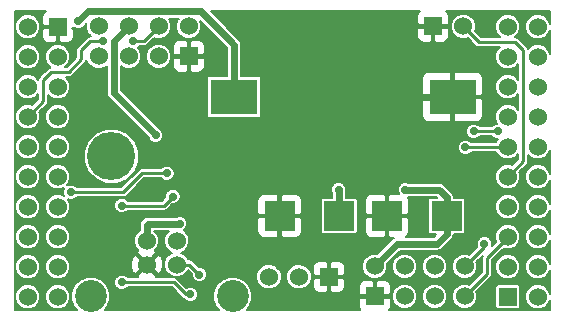
<source format=gbl>
G04 (created by PCBNEW (2013-may-18)-stable) date Вт 14 июн 2016 11:11:36*
%MOIN*%
G04 Gerber Fmt 3.4, Leading zero omitted, Abs format*
%FSLAX34Y34*%
G01*
G70*
G90*
G04 APERTURE LIST*
%ADD10C,0.00590551*%
%ADD11R,0.06X0.06*%
%ADD12C,0.06*%
%ADD13R,0.15748X0.11811*%
%ADD14R,0.1004X0.0984*%
%ADD15C,0.16*%
%ADD16C,0.1063*%
%ADD17C,0.0275591*%
%ADD18C,0.023622*%
%ADD19C,0.015748*%
%ADD20C,0.01*%
%ADD21C,0.00787402*%
G04 APERTURE END LIST*
G54D10*
G54D11*
X41287Y-27767D03*
G54D12*
X42287Y-27767D03*
X41287Y-26767D03*
X42287Y-26767D03*
X41287Y-25767D03*
X42287Y-25767D03*
X41287Y-24767D03*
X42287Y-24767D03*
X41287Y-23767D03*
X42287Y-23767D03*
X41287Y-22767D03*
X42287Y-22767D03*
X41287Y-21767D03*
X42287Y-21767D03*
X41287Y-20767D03*
X42287Y-20767D03*
X41287Y-19767D03*
X42287Y-19767D03*
X41287Y-18767D03*
X42287Y-18767D03*
G54D11*
X26287Y-18767D03*
G54D12*
X25287Y-18767D03*
X26287Y-19767D03*
X25287Y-19767D03*
X26287Y-20767D03*
X25287Y-20767D03*
X26287Y-21767D03*
X25287Y-21767D03*
X26287Y-22767D03*
X25287Y-22767D03*
X26287Y-23767D03*
X25287Y-23767D03*
X26287Y-24767D03*
X25287Y-24767D03*
X26287Y-25767D03*
X25287Y-25767D03*
X26287Y-26767D03*
X25287Y-26767D03*
X26287Y-27767D03*
X25287Y-27767D03*
G54D11*
X36850Y-27750D03*
G54D12*
X36850Y-26750D03*
X37850Y-27750D03*
X37850Y-26750D03*
X38850Y-27750D03*
X38850Y-26750D03*
X39850Y-27750D03*
X39850Y-26750D03*
G54D11*
X35325Y-27100D03*
G54D12*
X34325Y-27100D03*
X33325Y-27100D03*
G54D11*
X38800Y-18750D03*
G54D12*
X39800Y-18750D03*
G54D13*
X32159Y-21100D03*
X39443Y-21100D03*
G54D14*
X35669Y-25075D03*
X33681Y-25075D03*
X39244Y-25075D03*
X37256Y-25075D03*
G54D15*
X28075Y-23075D03*
G54D11*
X30650Y-19750D03*
G54D12*
X30650Y-18750D03*
X29650Y-19750D03*
X29650Y-18750D03*
X28650Y-19750D03*
X28650Y-18750D03*
X27650Y-19750D03*
X27650Y-18750D03*
X29250Y-25900D03*
X30250Y-25900D03*
X30250Y-26687D03*
X29250Y-26687D03*
G54D16*
X27388Y-27750D03*
X32112Y-27750D03*
G54D17*
X37875Y-24200D03*
X26975Y-18575D03*
X35225Y-18600D03*
X37025Y-19275D03*
X34400Y-19625D03*
X35450Y-21050D03*
X37575Y-21800D03*
X28450Y-21850D03*
X30700Y-22750D03*
X28775Y-25575D03*
X29725Y-28025D03*
X30775Y-21925D03*
X29625Y-21925D03*
X32375Y-23050D03*
X40500Y-26000D03*
X39875Y-22775D03*
X31000Y-27025D03*
X40950Y-22250D03*
X40150Y-22250D03*
X30125Y-24425D03*
X28425Y-24725D03*
X30700Y-27675D03*
X28425Y-27275D03*
X30350Y-25325D03*
X29925Y-23650D03*
X26725Y-24275D03*
X28800Y-19250D03*
X27800Y-19250D03*
X29550Y-22375D03*
X35650Y-24200D03*
G54D18*
X39244Y-24444D02*
X39244Y-25075D01*
X39000Y-24200D02*
X39244Y-24444D01*
X37875Y-24200D02*
X39000Y-24200D01*
X36850Y-26750D02*
X37600Y-26000D01*
X37600Y-26000D02*
X38925Y-26000D01*
X38925Y-26000D02*
X39244Y-25681D01*
X39244Y-25681D02*
X39244Y-25075D01*
X29350Y-18250D02*
X31050Y-18250D01*
X26975Y-18575D02*
X27300Y-18250D01*
X27300Y-18250D02*
X29350Y-18250D01*
X32159Y-19359D02*
X32159Y-21100D01*
X31050Y-18250D02*
X32159Y-19359D01*
G54D19*
X26287Y-19767D02*
X26287Y-19771D01*
G54D18*
X35650Y-19625D02*
X35650Y-19025D01*
X35650Y-19025D02*
X35225Y-18600D01*
X36125Y-20075D02*
X36225Y-20075D01*
X36225Y-20075D02*
X37025Y-19275D01*
X36725Y-21100D02*
X36725Y-20675D01*
X35675Y-19625D02*
X35650Y-19625D01*
X35650Y-19625D02*
X34400Y-19625D01*
X36725Y-20675D02*
X36125Y-20075D01*
X36125Y-20075D02*
X35675Y-19625D01*
X38300Y-21100D02*
X36725Y-21100D01*
X36725Y-21100D02*
X35500Y-21100D01*
X35500Y-21100D02*
X35450Y-21050D01*
X39443Y-21100D02*
X38300Y-21100D01*
X38300Y-21100D02*
X38275Y-21100D01*
X38275Y-21100D02*
X37575Y-21800D01*
G54D20*
X39850Y-27750D02*
X40400Y-27200D01*
X40600Y-26455D02*
X41287Y-25767D01*
X40600Y-27000D02*
X40600Y-26455D01*
X40500Y-27100D02*
X40600Y-27000D01*
X40400Y-27200D02*
X40500Y-27100D01*
X39850Y-26750D02*
X40500Y-26100D01*
X40500Y-26100D02*
X40500Y-26000D01*
X39882Y-22767D02*
X41287Y-22767D01*
X39875Y-22775D02*
X39882Y-22767D01*
X30250Y-26687D02*
X30662Y-26687D01*
X30662Y-26687D02*
X31000Y-27025D01*
X40950Y-22250D02*
X40150Y-22250D01*
X41287Y-23767D02*
X41287Y-23762D01*
X40325Y-19275D02*
X39800Y-18750D01*
X41525Y-19275D02*
X40325Y-19275D01*
X41800Y-19550D02*
X41525Y-19275D01*
X41800Y-23250D02*
X41800Y-19550D01*
X41287Y-23762D02*
X41800Y-23250D01*
X30125Y-24425D02*
X29825Y-24725D01*
X29825Y-24725D02*
X28425Y-24725D01*
X30550Y-27675D02*
X30700Y-27675D01*
X30150Y-27275D02*
X30550Y-27675D01*
X28425Y-27275D02*
X30150Y-27275D01*
G54D18*
X29250Y-25900D02*
X29250Y-25375D01*
X29300Y-25325D02*
X30350Y-25325D01*
X29250Y-25375D02*
X29300Y-25325D01*
G54D20*
X29100Y-23650D02*
X29925Y-23650D01*
X28475Y-24275D02*
X29100Y-23650D01*
X28275Y-24275D02*
X28475Y-24275D01*
X26725Y-24275D02*
X28275Y-24275D01*
X25287Y-21767D02*
X25287Y-21762D01*
X29150Y-19250D02*
X29650Y-18750D01*
X28800Y-19250D02*
X29150Y-19250D01*
X27375Y-19250D02*
X27800Y-19250D01*
X27075Y-19550D02*
X27375Y-19250D01*
X27075Y-19850D02*
X27075Y-19550D01*
X26650Y-20275D02*
X27075Y-19850D01*
X26075Y-20275D02*
X26650Y-20275D01*
X25800Y-20550D02*
X26075Y-20275D01*
X25800Y-21250D02*
X25800Y-20550D01*
X25287Y-21762D02*
X25800Y-21250D01*
G54D18*
X28650Y-18750D02*
X28150Y-19250D01*
X28150Y-20975D02*
X29550Y-22375D01*
X28150Y-19250D02*
X28150Y-20975D01*
X35669Y-24219D02*
X35669Y-25075D01*
X35650Y-24200D02*
X35669Y-24219D01*
G54D10*
G36*
X42702Y-28202D02*
X41705Y-28202D01*
X41705Y-26684D01*
X41705Y-25684D01*
X41705Y-24684D01*
X41642Y-24531D01*
X41524Y-24413D01*
X41370Y-24349D01*
X41204Y-24349D01*
X41050Y-24413D01*
X40933Y-24530D01*
X40869Y-24684D01*
X40869Y-24850D01*
X40932Y-25004D01*
X41050Y-25121D01*
X41203Y-25185D01*
X41370Y-25185D01*
X41523Y-25122D01*
X41641Y-25004D01*
X41705Y-24851D01*
X41705Y-24684D01*
X41705Y-25684D01*
X41642Y-25531D01*
X41524Y-25413D01*
X41370Y-25349D01*
X41204Y-25349D01*
X41050Y-25413D01*
X40933Y-25530D01*
X40869Y-25684D01*
X40869Y-25850D01*
X40897Y-25919D01*
X40748Y-26068D01*
X40755Y-26051D01*
X40755Y-25949D01*
X40717Y-25855D01*
X40645Y-25783D01*
X40551Y-25744D01*
X40449Y-25744D01*
X40355Y-25782D01*
X40283Y-25854D01*
X40244Y-25948D01*
X40244Y-26050D01*
X40263Y-26098D01*
X40001Y-26360D01*
X39933Y-26331D01*
X39864Y-26331D01*
X39864Y-25543D01*
X39864Y-24559D01*
X39846Y-24516D01*
X39812Y-24482D01*
X39769Y-24464D01*
X39722Y-24464D01*
X39480Y-24464D01*
X39480Y-24444D01*
X39480Y-24443D01*
X39462Y-24353D01*
X39462Y-24353D01*
X39411Y-24276D01*
X39411Y-24276D01*
X39403Y-24269D01*
X39403Y-21867D01*
X39403Y-21139D01*
X39403Y-21060D01*
X39403Y-20332D01*
X39344Y-20273D01*
X39336Y-20273D01*
X39336Y-19003D01*
X39336Y-18848D01*
X39277Y-18789D01*
X38839Y-18789D01*
X38839Y-19227D01*
X38898Y-19286D01*
X39146Y-19286D01*
X39233Y-19250D01*
X39300Y-19183D01*
X39336Y-19097D01*
X39336Y-19003D01*
X39336Y-20273D01*
X38760Y-20273D01*
X38760Y-19227D01*
X38760Y-18789D01*
X38322Y-18789D01*
X38263Y-18848D01*
X38263Y-19003D01*
X38263Y-19097D01*
X38299Y-19183D01*
X38366Y-19250D01*
X38453Y-19286D01*
X38701Y-19286D01*
X38760Y-19227D01*
X38760Y-20273D01*
X38609Y-20273D01*
X38522Y-20309D01*
X38455Y-20375D01*
X38419Y-20462D01*
X38419Y-20556D01*
X38419Y-21001D01*
X38478Y-21060D01*
X39403Y-21060D01*
X39403Y-21139D01*
X38478Y-21139D01*
X38419Y-21198D01*
X38419Y-21643D01*
X38419Y-21737D01*
X38455Y-21824D01*
X38522Y-21890D01*
X38609Y-21926D01*
X39344Y-21926D01*
X39403Y-21867D01*
X39403Y-24269D01*
X39167Y-24032D01*
X39090Y-23981D01*
X39000Y-23963D01*
X37973Y-23963D01*
X37926Y-23944D01*
X37824Y-23944D01*
X37730Y-23982D01*
X37658Y-24054D01*
X37619Y-24148D01*
X37619Y-24250D01*
X37657Y-24344D01*
X37659Y-24346D01*
X37354Y-24346D01*
X37295Y-24405D01*
X37295Y-25035D01*
X37935Y-25035D01*
X37994Y-24976D01*
X37994Y-24629D01*
X37994Y-24535D01*
X37958Y-24449D01*
X37953Y-24444D01*
X37973Y-24436D01*
X38902Y-24436D01*
X38930Y-24464D01*
X38718Y-24464D01*
X38675Y-24482D01*
X38641Y-24516D01*
X38623Y-24559D01*
X38623Y-24606D01*
X38623Y-25590D01*
X38641Y-25633D01*
X38675Y-25667D01*
X38718Y-25685D01*
X38765Y-25685D01*
X38905Y-25685D01*
X38827Y-25763D01*
X37895Y-25763D01*
X37958Y-25700D01*
X37994Y-25614D01*
X37994Y-25520D01*
X37994Y-25173D01*
X37935Y-25114D01*
X37295Y-25114D01*
X37295Y-25744D01*
X37354Y-25803D01*
X37477Y-25803D01*
X37432Y-25832D01*
X37432Y-25832D01*
X37432Y-25832D01*
X37216Y-26049D01*
X37216Y-25744D01*
X37216Y-25114D01*
X37216Y-25035D01*
X37216Y-24405D01*
X37157Y-24346D01*
X36707Y-24346D01*
X36620Y-24382D01*
X36553Y-24449D01*
X36517Y-24535D01*
X36517Y-24629D01*
X36517Y-24976D01*
X36576Y-25035D01*
X37216Y-25035D01*
X37216Y-25114D01*
X36576Y-25114D01*
X36517Y-25173D01*
X36517Y-25520D01*
X36517Y-25614D01*
X36553Y-25700D01*
X36620Y-25767D01*
X36707Y-25803D01*
X37157Y-25803D01*
X37216Y-25744D01*
X37216Y-26049D01*
X36933Y-26332D01*
X36933Y-26331D01*
X36767Y-26331D01*
X36613Y-26395D01*
X36495Y-26512D01*
X36431Y-26666D01*
X36431Y-26832D01*
X36495Y-26986D01*
X36612Y-27104D01*
X36766Y-27168D01*
X36932Y-27168D01*
X37086Y-27104D01*
X37204Y-26987D01*
X37268Y-26833D01*
X37268Y-26667D01*
X37267Y-26666D01*
X37697Y-26236D01*
X38925Y-26236D01*
X39015Y-26218D01*
X39092Y-26167D01*
X39411Y-25848D01*
X39411Y-25848D01*
X39445Y-25796D01*
X39462Y-25771D01*
X39462Y-25771D01*
X39479Y-25685D01*
X39479Y-25685D01*
X39769Y-25685D01*
X39812Y-25667D01*
X39846Y-25633D01*
X39864Y-25590D01*
X39864Y-25543D01*
X39864Y-26331D01*
X39767Y-26331D01*
X39613Y-26395D01*
X39495Y-26512D01*
X39431Y-26666D01*
X39431Y-26832D01*
X39495Y-26986D01*
X39612Y-27104D01*
X39766Y-27168D01*
X39932Y-27168D01*
X40086Y-27104D01*
X40204Y-26987D01*
X40268Y-26833D01*
X40268Y-26667D01*
X40239Y-26598D01*
X40444Y-26393D01*
X40431Y-26455D01*
X40431Y-26455D01*
X40431Y-26930D01*
X40381Y-26981D01*
X40381Y-26981D01*
X40281Y-27081D01*
X40281Y-27081D01*
X40001Y-27360D01*
X39933Y-27331D01*
X39767Y-27331D01*
X39613Y-27395D01*
X39495Y-27512D01*
X39431Y-27666D01*
X39431Y-27832D01*
X39495Y-27986D01*
X39612Y-28104D01*
X39766Y-28168D01*
X39932Y-28168D01*
X40086Y-28104D01*
X40204Y-27987D01*
X40268Y-27833D01*
X40268Y-27667D01*
X40239Y-27598D01*
X40518Y-27318D01*
X40518Y-27318D01*
X40518Y-27318D01*
X40618Y-27218D01*
X40618Y-27218D01*
X40618Y-27218D01*
X40718Y-27118D01*
X40718Y-27118D01*
X40718Y-27118D01*
X40755Y-27064D01*
X40768Y-27000D01*
X40768Y-26524D01*
X41135Y-26157D01*
X41203Y-26185D01*
X41370Y-26185D01*
X41523Y-26122D01*
X41641Y-26004D01*
X41705Y-25851D01*
X41705Y-25684D01*
X41705Y-26684D01*
X41642Y-26531D01*
X41524Y-26413D01*
X41370Y-26349D01*
X41204Y-26349D01*
X41050Y-26413D01*
X40933Y-26530D01*
X40869Y-26684D01*
X40869Y-26850D01*
X40932Y-27004D01*
X41050Y-27121D01*
X41203Y-27185D01*
X41370Y-27185D01*
X41523Y-27122D01*
X41641Y-27004D01*
X41705Y-26851D01*
X41705Y-26684D01*
X41705Y-28202D01*
X41705Y-28202D01*
X41705Y-28044D01*
X41705Y-27444D01*
X41687Y-27400D01*
X41654Y-27367D01*
X41610Y-27349D01*
X41564Y-27349D01*
X40964Y-27349D01*
X40920Y-27367D01*
X40887Y-27400D01*
X40869Y-27444D01*
X40869Y-27491D01*
X40869Y-28091D01*
X40887Y-28134D01*
X40920Y-28167D01*
X40963Y-28185D01*
X41010Y-28185D01*
X41610Y-28185D01*
X41654Y-28167D01*
X41687Y-28134D01*
X41705Y-28091D01*
X41705Y-28044D01*
X41705Y-28202D01*
X39268Y-28202D01*
X39268Y-27667D01*
X39268Y-26667D01*
X39204Y-26513D01*
X39087Y-26395D01*
X38933Y-26331D01*
X38767Y-26331D01*
X38613Y-26395D01*
X38495Y-26512D01*
X38431Y-26666D01*
X38431Y-26832D01*
X38495Y-26986D01*
X38612Y-27104D01*
X38766Y-27168D01*
X38932Y-27168D01*
X39086Y-27104D01*
X39204Y-26987D01*
X39268Y-26833D01*
X39268Y-26667D01*
X39268Y-27667D01*
X39204Y-27513D01*
X39087Y-27395D01*
X38933Y-27331D01*
X38767Y-27331D01*
X38613Y-27395D01*
X38495Y-27512D01*
X38431Y-27666D01*
X38431Y-27832D01*
X38495Y-27986D01*
X38612Y-28104D01*
X38766Y-28168D01*
X38932Y-28168D01*
X39086Y-28104D01*
X39204Y-27987D01*
X39268Y-27833D01*
X39268Y-27667D01*
X39268Y-28202D01*
X38268Y-28202D01*
X38268Y-27667D01*
X38268Y-26667D01*
X38204Y-26513D01*
X38087Y-26395D01*
X37933Y-26331D01*
X37767Y-26331D01*
X37613Y-26395D01*
X37495Y-26512D01*
X37431Y-26666D01*
X37431Y-26832D01*
X37495Y-26986D01*
X37612Y-27104D01*
X37766Y-27168D01*
X37932Y-27168D01*
X38086Y-27104D01*
X38204Y-26987D01*
X38268Y-26833D01*
X38268Y-26667D01*
X38268Y-27667D01*
X38204Y-27513D01*
X38087Y-27395D01*
X37933Y-27331D01*
X37767Y-27331D01*
X37613Y-27395D01*
X37495Y-27512D01*
X37431Y-27666D01*
X37431Y-27832D01*
X37495Y-27986D01*
X37612Y-28104D01*
X37766Y-28168D01*
X37932Y-28168D01*
X38086Y-28104D01*
X38204Y-27987D01*
X38268Y-27833D01*
X38268Y-27667D01*
X38268Y-28202D01*
X37331Y-28202D01*
X37350Y-28183D01*
X37386Y-28097D01*
X37386Y-28003D01*
X37386Y-27496D01*
X37386Y-27402D01*
X37350Y-27316D01*
X37283Y-27249D01*
X37196Y-27213D01*
X36948Y-27213D01*
X36889Y-27272D01*
X36889Y-27710D01*
X37327Y-27710D01*
X37386Y-27651D01*
X37386Y-27496D01*
X37386Y-28003D01*
X37386Y-27848D01*
X37327Y-27789D01*
X36889Y-27789D01*
X36889Y-27797D01*
X36810Y-27797D01*
X36810Y-27789D01*
X36810Y-27710D01*
X36810Y-27272D01*
X36751Y-27213D01*
X36503Y-27213D01*
X36416Y-27249D01*
X36349Y-27316D01*
X36313Y-27402D01*
X36313Y-27496D01*
X36313Y-27651D01*
X36372Y-27710D01*
X36810Y-27710D01*
X36810Y-27789D01*
X36372Y-27789D01*
X36313Y-27848D01*
X36313Y-28003D01*
X36313Y-28097D01*
X36349Y-28183D01*
X36368Y-28202D01*
X36289Y-28202D01*
X36289Y-25543D01*
X36289Y-24559D01*
X36271Y-24516D01*
X36237Y-24482D01*
X36194Y-24464D01*
X36147Y-24464D01*
X35905Y-24464D01*
X35905Y-24252D01*
X35905Y-24251D01*
X35905Y-24149D01*
X35867Y-24055D01*
X35795Y-23983D01*
X35701Y-23944D01*
X35599Y-23944D01*
X35505Y-23982D01*
X35433Y-24054D01*
X35394Y-24148D01*
X35394Y-24250D01*
X35432Y-24344D01*
X35432Y-24464D01*
X35143Y-24464D01*
X35100Y-24482D01*
X35066Y-24516D01*
X35048Y-24559D01*
X35048Y-24606D01*
X35048Y-25590D01*
X35066Y-25633D01*
X35100Y-25667D01*
X35143Y-25685D01*
X35190Y-25685D01*
X36194Y-25685D01*
X36237Y-25667D01*
X36271Y-25633D01*
X36289Y-25590D01*
X36289Y-25543D01*
X36289Y-28202D01*
X35861Y-28202D01*
X35861Y-27353D01*
X35861Y-26846D01*
X35861Y-26752D01*
X35825Y-26666D01*
X35758Y-26599D01*
X35671Y-26563D01*
X35423Y-26563D01*
X35364Y-26622D01*
X35364Y-27060D01*
X35802Y-27060D01*
X35861Y-27001D01*
X35861Y-26846D01*
X35861Y-27353D01*
X35861Y-27198D01*
X35802Y-27139D01*
X35364Y-27139D01*
X35364Y-27577D01*
X35423Y-27636D01*
X35671Y-27636D01*
X35758Y-27600D01*
X35825Y-27533D01*
X35861Y-27447D01*
X35861Y-27353D01*
X35861Y-28202D01*
X35285Y-28202D01*
X35285Y-27577D01*
X35285Y-27139D01*
X35285Y-27060D01*
X35285Y-26622D01*
X35226Y-26563D01*
X34978Y-26563D01*
X34891Y-26599D01*
X34824Y-26666D01*
X34788Y-26752D01*
X34788Y-26846D01*
X34788Y-27001D01*
X34847Y-27060D01*
X35285Y-27060D01*
X35285Y-27139D01*
X34847Y-27139D01*
X34788Y-27198D01*
X34788Y-27353D01*
X34788Y-27447D01*
X34824Y-27533D01*
X34891Y-27600D01*
X34978Y-27636D01*
X35226Y-27636D01*
X35285Y-27577D01*
X35285Y-28202D01*
X34743Y-28202D01*
X34743Y-27017D01*
X34679Y-26863D01*
X34562Y-26745D01*
X34419Y-26686D01*
X34419Y-25520D01*
X34419Y-24629D01*
X34419Y-24535D01*
X34383Y-24449D01*
X34316Y-24382D01*
X34229Y-24346D01*
X33779Y-24346D01*
X33720Y-24405D01*
X33720Y-25035D01*
X34360Y-25035D01*
X34419Y-24976D01*
X34419Y-24629D01*
X34419Y-25520D01*
X34419Y-25173D01*
X34360Y-25114D01*
X33720Y-25114D01*
X33720Y-25744D01*
X33779Y-25803D01*
X34229Y-25803D01*
X34316Y-25767D01*
X34383Y-25700D01*
X34419Y-25614D01*
X34419Y-25520D01*
X34419Y-26686D01*
X34408Y-26681D01*
X34242Y-26681D01*
X34088Y-26745D01*
X33970Y-26862D01*
X33906Y-27016D01*
X33906Y-27182D01*
X33970Y-27336D01*
X34087Y-27454D01*
X34241Y-27518D01*
X34407Y-27518D01*
X34561Y-27454D01*
X34679Y-27337D01*
X34743Y-27183D01*
X34743Y-27017D01*
X34743Y-28202D01*
X33743Y-28202D01*
X33743Y-27017D01*
X33679Y-26863D01*
X33641Y-26825D01*
X33641Y-25744D01*
X33641Y-25114D01*
X33641Y-25035D01*
X33641Y-24405D01*
X33582Y-24346D01*
X33132Y-24346D01*
X33045Y-24382D01*
X32978Y-24449D01*
X32942Y-24535D01*
X32942Y-24629D01*
X32942Y-24976D01*
X33001Y-25035D01*
X33641Y-25035D01*
X33641Y-25114D01*
X33001Y-25114D01*
X32942Y-25173D01*
X32942Y-25520D01*
X32942Y-25614D01*
X32978Y-25700D01*
X33045Y-25767D01*
X33132Y-25803D01*
X33582Y-25803D01*
X33641Y-25744D01*
X33641Y-26825D01*
X33562Y-26745D01*
X33408Y-26681D01*
X33242Y-26681D01*
X33088Y-26745D01*
X32970Y-26862D01*
X32906Y-27016D01*
X32906Y-27182D01*
X32970Y-27336D01*
X33087Y-27454D01*
X33241Y-27518D01*
X33407Y-27518D01*
X33561Y-27454D01*
X33679Y-27337D01*
X33743Y-27183D01*
X33743Y-27017D01*
X33743Y-28202D01*
X32578Y-28202D01*
X32662Y-28118D01*
X32761Y-27879D01*
X32761Y-27621D01*
X32663Y-27382D01*
X32480Y-27199D01*
X32241Y-27100D01*
X31983Y-27100D01*
X31744Y-27198D01*
X31561Y-27381D01*
X31462Y-27620D01*
X31462Y-27878D01*
X31560Y-28117D01*
X31645Y-28202D01*
X31255Y-28202D01*
X31255Y-26974D01*
X31217Y-26880D01*
X31186Y-26849D01*
X31186Y-20003D01*
X31186Y-19496D01*
X31186Y-19402D01*
X31150Y-19316D01*
X31083Y-19249D01*
X30996Y-19213D01*
X30748Y-19213D01*
X30689Y-19272D01*
X30689Y-19710D01*
X31127Y-19710D01*
X31186Y-19651D01*
X31186Y-19496D01*
X31186Y-20003D01*
X31186Y-19848D01*
X31127Y-19789D01*
X30689Y-19789D01*
X30689Y-20227D01*
X30748Y-20286D01*
X30996Y-20286D01*
X31083Y-20250D01*
X31150Y-20183D01*
X31186Y-20097D01*
X31186Y-20003D01*
X31186Y-26849D01*
X31145Y-26808D01*
X31051Y-26769D01*
X30981Y-26769D01*
X30780Y-26568D01*
X30726Y-26531D01*
X30662Y-26518D01*
X30661Y-26518D01*
X30632Y-26518D01*
X30604Y-26450D01*
X30487Y-26332D01*
X30392Y-26293D01*
X30486Y-26254D01*
X30604Y-26137D01*
X30668Y-25983D01*
X30668Y-25817D01*
X30610Y-25677D01*
X30610Y-20227D01*
X30610Y-19789D01*
X30610Y-19710D01*
X30610Y-19272D01*
X30551Y-19213D01*
X30303Y-19213D01*
X30216Y-19249D01*
X30149Y-19316D01*
X30113Y-19402D01*
X30113Y-19496D01*
X30113Y-19651D01*
X30172Y-19710D01*
X30610Y-19710D01*
X30610Y-19789D01*
X30172Y-19789D01*
X30113Y-19848D01*
X30113Y-20003D01*
X30113Y-20097D01*
X30149Y-20183D01*
X30216Y-20250D01*
X30303Y-20286D01*
X30551Y-20286D01*
X30610Y-20227D01*
X30610Y-25677D01*
X30604Y-25663D01*
X30487Y-25545D01*
X30486Y-25545D01*
X30494Y-25542D01*
X30566Y-25470D01*
X30605Y-25376D01*
X30605Y-25274D01*
X30567Y-25180D01*
X30495Y-25108D01*
X30401Y-25069D01*
X30380Y-25069D01*
X30380Y-24374D01*
X30342Y-24280D01*
X30270Y-24208D01*
X30180Y-24171D01*
X30180Y-23599D01*
X30142Y-23505D01*
X30070Y-23433D01*
X30068Y-23432D01*
X30068Y-19667D01*
X30004Y-19513D01*
X29887Y-19395D01*
X29733Y-19331D01*
X29567Y-19331D01*
X29413Y-19395D01*
X29295Y-19512D01*
X29231Y-19666D01*
X29231Y-19832D01*
X29295Y-19986D01*
X29412Y-20104D01*
X29566Y-20168D01*
X29732Y-20168D01*
X29886Y-20104D01*
X30004Y-19987D01*
X30068Y-19833D01*
X30068Y-19667D01*
X30068Y-23432D01*
X29976Y-23394D01*
X29874Y-23394D01*
X29780Y-23432D01*
X29731Y-23481D01*
X29100Y-23481D01*
X29100Y-23481D01*
X29035Y-23494D01*
X28993Y-23523D01*
X28993Y-22893D01*
X28853Y-22555D01*
X28595Y-22297D01*
X28258Y-22157D01*
X27893Y-22156D01*
X27555Y-22296D01*
X27297Y-22554D01*
X27157Y-22891D01*
X27156Y-23256D01*
X27296Y-23594D01*
X27554Y-23852D01*
X27891Y-23992D01*
X28256Y-23993D01*
X28594Y-23853D01*
X28852Y-23595D01*
X28992Y-23258D01*
X28993Y-22893D01*
X28993Y-23523D01*
X28981Y-23531D01*
X28405Y-24106D01*
X28275Y-24106D01*
X26918Y-24106D01*
X26870Y-24058D01*
X26776Y-24019D01*
X26674Y-24019D01*
X26594Y-24052D01*
X26641Y-24004D01*
X26705Y-23851D01*
X26705Y-23684D01*
X26705Y-22684D01*
X26705Y-21684D01*
X26642Y-21531D01*
X26524Y-21413D01*
X26370Y-21349D01*
X26204Y-21349D01*
X26050Y-21413D01*
X25933Y-21530D01*
X25869Y-21684D01*
X25869Y-21850D01*
X25932Y-22004D01*
X26050Y-22121D01*
X26203Y-22185D01*
X26370Y-22185D01*
X26523Y-22122D01*
X26641Y-22004D01*
X26705Y-21851D01*
X26705Y-21684D01*
X26705Y-22684D01*
X26642Y-22531D01*
X26524Y-22413D01*
X26370Y-22349D01*
X26204Y-22349D01*
X26050Y-22413D01*
X25933Y-22530D01*
X25869Y-22684D01*
X25869Y-22850D01*
X25932Y-23004D01*
X26050Y-23121D01*
X26203Y-23185D01*
X26370Y-23185D01*
X26523Y-23122D01*
X26641Y-23004D01*
X26705Y-22851D01*
X26705Y-22684D01*
X26705Y-23684D01*
X26642Y-23531D01*
X26524Y-23413D01*
X26370Y-23349D01*
X26204Y-23349D01*
X26050Y-23413D01*
X25933Y-23530D01*
X25869Y-23684D01*
X25869Y-23850D01*
X25932Y-24004D01*
X26050Y-24121D01*
X26203Y-24185D01*
X26370Y-24185D01*
X26509Y-24128D01*
X26508Y-24129D01*
X26469Y-24223D01*
X26469Y-24325D01*
X26501Y-24403D01*
X26370Y-24349D01*
X26204Y-24349D01*
X26050Y-24413D01*
X25933Y-24530D01*
X25869Y-24684D01*
X25869Y-24850D01*
X25932Y-25004D01*
X26050Y-25121D01*
X26203Y-25185D01*
X26370Y-25185D01*
X26523Y-25122D01*
X26641Y-25004D01*
X26705Y-24851D01*
X26705Y-24684D01*
X26642Y-24531D01*
X26618Y-24508D01*
X26673Y-24530D01*
X26775Y-24530D01*
X26869Y-24492D01*
X26918Y-24443D01*
X28275Y-24443D01*
X28474Y-24443D01*
X28475Y-24443D01*
X28475Y-24443D01*
X28539Y-24430D01*
X28593Y-24393D01*
X29169Y-23818D01*
X29731Y-23818D01*
X29779Y-23866D01*
X29873Y-23905D01*
X29975Y-23905D01*
X30069Y-23867D01*
X30141Y-23795D01*
X30180Y-23701D01*
X30180Y-23599D01*
X30180Y-24171D01*
X30176Y-24169D01*
X30074Y-24169D01*
X29980Y-24207D01*
X29908Y-24279D01*
X29869Y-24373D01*
X29869Y-24443D01*
X29755Y-24556D01*
X28618Y-24556D01*
X28570Y-24508D01*
X28476Y-24469D01*
X28374Y-24469D01*
X28280Y-24507D01*
X28208Y-24579D01*
X28169Y-24673D01*
X28169Y-24775D01*
X28207Y-24869D01*
X28279Y-24941D01*
X28373Y-24980D01*
X28475Y-24980D01*
X28569Y-24942D01*
X28618Y-24893D01*
X29824Y-24893D01*
X29825Y-24893D01*
X29825Y-24893D01*
X29889Y-24880D01*
X29943Y-24843D01*
X30106Y-24680D01*
X30175Y-24680D01*
X30269Y-24642D01*
X30341Y-24570D01*
X30380Y-24476D01*
X30380Y-24374D01*
X30380Y-25069D01*
X30299Y-25069D01*
X30251Y-25088D01*
X29300Y-25088D01*
X29209Y-25106D01*
X29132Y-25157D01*
X29082Y-25207D01*
X29031Y-25284D01*
X29013Y-25375D01*
X29013Y-25545D01*
X29013Y-25545D01*
X28895Y-25662D01*
X28831Y-25816D01*
X28831Y-25982D01*
X28895Y-26136D01*
X28975Y-26216D01*
X28961Y-26222D01*
X28934Y-26315D01*
X29250Y-26631D01*
X29565Y-26315D01*
X29538Y-26222D01*
X29524Y-26217D01*
X29604Y-26137D01*
X29668Y-25983D01*
X29668Y-25817D01*
X29604Y-25663D01*
X29502Y-25561D01*
X29997Y-25561D01*
X29895Y-25662D01*
X29831Y-25816D01*
X29831Y-25982D01*
X29895Y-26136D01*
X30012Y-26254D01*
X30107Y-26293D01*
X30013Y-26332D01*
X29895Y-26449D01*
X29831Y-26603D01*
X29831Y-26769D01*
X29895Y-26923D01*
X30012Y-27041D01*
X30166Y-27105D01*
X30332Y-27105D01*
X30486Y-27041D01*
X30604Y-26924D01*
X30621Y-26883D01*
X30744Y-27006D01*
X30744Y-27075D01*
X30782Y-27169D01*
X30854Y-27241D01*
X30948Y-27280D01*
X31050Y-27280D01*
X31144Y-27242D01*
X31216Y-27170D01*
X31255Y-27076D01*
X31255Y-26974D01*
X31255Y-28202D01*
X30955Y-28202D01*
X30955Y-27624D01*
X30917Y-27530D01*
X30845Y-27458D01*
X30751Y-27419D01*
X30649Y-27419D01*
X30566Y-27453D01*
X30268Y-27156D01*
X30214Y-27119D01*
X30150Y-27106D01*
X30149Y-27106D01*
X29789Y-27106D01*
X29789Y-26776D01*
X29782Y-26562D01*
X29714Y-26398D01*
X29621Y-26371D01*
X29305Y-26687D01*
X29621Y-27002D01*
X29714Y-26975D01*
X29789Y-26776D01*
X29789Y-27106D01*
X29551Y-27106D01*
X29565Y-27058D01*
X29250Y-26742D01*
X29194Y-26798D01*
X29194Y-26687D01*
X28878Y-26371D01*
X28785Y-26398D01*
X28710Y-26597D01*
X28717Y-26811D01*
X28785Y-26975D01*
X28878Y-27002D01*
X29194Y-26687D01*
X29194Y-26798D01*
X28934Y-27058D01*
X28948Y-27106D01*
X28618Y-27106D01*
X28570Y-27058D01*
X28476Y-27019D01*
X28374Y-27019D01*
X28280Y-27057D01*
X28208Y-27129D01*
X28169Y-27223D01*
X28169Y-27325D01*
X28207Y-27419D01*
X28279Y-27491D01*
X28373Y-27530D01*
X28475Y-27530D01*
X28569Y-27492D01*
X28618Y-27443D01*
X30080Y-27443D01*
X30431Y-27793D01*
X30431Y-27793D01*
X30485Y-27830D01*
X30485Y-27830D01*
X30495Y-27832D01*
X30554Y-27891D01*
X30648Y-27930D01*
X30750Y-27930D01*
X30844Y-27892D01*
X30916Y-27820D01*
X30955Y-27726D01*
X30955Y-27624D01*
X30955Y-28202D01*
X27854Y-28202D01*
X27938Y-28118D01*
X28037Y-27879D01*
X28037Y-27621D01*
X27939Y-27382D01*
X27756Y-27199D01*
X27517Y-27100D01*
X27259Y-27100D01*
X27020Y-27198D01*
X26837Y-27381D01*
X26738Y-27620D01*
X26738Y-27878D01*
X26836Y-28117D01*
X26921Y-28202D01*
X26705Y-28202D01*
X26705Y-27684D01*
X26705Y-26684D01*
X26705Y-25684D01*
X26642Y-25531D01*
X26524Y-25413D01*
X26370Y-25349D01*
X26204Y-25349D01*
X26050Y-25413D01*
X25933Y-25530D01*
X25869Y-25684D01*
X25869Y-25850D01*
X25932Y-26004D01*
X26050Y-26121D01*
X26203Y-26185D01*
X26370Y-26185D01*
X26523Y-26122D01*
X26641Y-26004D01*
X26705Y-25851D01*
X26705Y-25684D01*
X26705Y-26684D01*
X26642Y-26531D01*
X26524Y-26413D01*
X26370Y-26349D01*
X26204Y-26349D01*
X26050Y-26413D01*
X25933Y-26530D01*
X25869Y-26684D01*
X25869Y-26850D01*
X25932Y-27004D01*
X26050Y-27121D01*
X26203Y-27185D01*
X26370Y-27185D01*
X26523Y-27122D01*
X26641Y-27004D01*
X26705Y-26851D01*
X26705Y-26684D01*
X26705Y-27684D01*
X26642Y-27531D01*
X26524Y-27413D01*
X26370Y-27349D01*
X26204Y-27349D01*
X26050Y-27413D01*
X25933Y-27530D01*
X25869Y-27684D01*
X25869Y-27850D01*
X25932Y-28004D01*
X26050Y-28121D01*
X26203Y-28185D01*
X26370Y-28185D01*
X26523Y-28122D01*
X26641Y-28004D01*
X26705Y-27851D01*
X26705Y-27684D01*
X26705Y-28202D01*
X25705Y-28202D01*
X25705Y-27684D01*
X25705Y-26684D01*
X25705Y-25684D01*
X25705Y-24684D01*
X25705Y-23684D01*
X25705Y-22684D01*
X25642Y-22531D01*
X25524Y-22413D01*
X25370Y-22349D01*
X25204Y-22349D01*
X25050Y-22413D01*
X24933Y-22530D01*
X24869Y-22684D01*
X24869Y-22850D01*
X24932Y-23004D01*
X25050Y-23121D01*
X25203Y-23185D01*
X25370Y-23185D01*
X25523Y-23122D01*
X25641Y-23004D01*
X25705Y-22851D01*
X25705Y-22684D01*
X25705Y-23684D01*
X25642Y-23531D01*
X25524Y-23413D01*
X25370Y-23349D01*
X25204Y-23349D01*
X25050Y-23413D01*
X24933Y-23530D01*
X24869Y-23684D01*
X24869Y-23850D01*
X24932Y-24004D01*
X25050Y-24121D01*
X25203Y-24185D01*
X25370Y-24185D01*
X25523Y-24122D01*
X25641Y-24004D01*
X25705Y-23851D01*
X25705Y-23684D01*
X25705Y-24684D01*
X25642Y-24531D01*
X25524Y-24413D01*
X25370Y-24349D01*
X25204Y-24349D01*
X25050Y-24413D01*
X24933Y-24530D01*
X24869Y-24684D01*
X24869Y-24850D01*
X24932Y-25004D01*
X25050Y-25121D01*
X25203Y-25185D01*
X25370Y-25185D01*
X25523Y-25122D01*
X25641Y-25004D01*
X25705Y-24851D01*
X25705Y-24684D01*
X25705Y-25684D01*
X25642Y-25531D01*
X25524Y-25413D01*
X25370Y-25349D01*
X25204Y-25349D01*
X25050Y-25413D01*
X24933Y-25530D01*
X24869Y-25684D01*
X24869Y-25850D01*
X24932Y-26004D01*
X25050Y-26121D01*
X25203Y-26185D01*
X25370Y-26185D01*
X25523Y-26122D01*
X25641Y-26004D01*
X25705Y-25851D01*
X25705Y-25684D01*
X25705Y-26684D01*
X25642Y-26531D01*
X25524Y-26413D01*
X25370Y-26349D01*
X25204Y-26349D01*
X25050Y-26413D01*
X24933Y-26530D01*
X24869Y-26684D01*
X24869Y-26850D01*
X24932Y-27004D01*
X25050Y-27121D01*
X25203Y-27185D01*
X25370Y-27185D01*
X25523Y-27122D01*
X25641Y-27004D01*
X25705Y-26851D01*
X25705Y-26684D01*
X25705Y-27684D01*
X25642Y-27531D01*
X25524Y-27413D01*
X25370Y-27349D01*
X25204Y-27349D01*
X25050Y-27413D01*
X24933Y-27530D01*
X24869Y-27684D01*
X24869Y-27850D01*
X24932Y-28004D01*
X25050Y-28121D01*
X25203Y-28185D01*
X25370Y-28185D01*
X25523Y-28122D01*
X25641Y-28004D01*
X25705Y-27851D01*
X25705Y-27684D01*
X25705Y-28202D01*
X24847Y-28202D01*
X24847Y-18247D01*
X25901Y-18247D01*
X25853Y-18267D01*
X25787Y-18334D01*
X25751Y-18420D01*
X25751Y-18669D01*
X25810Y-18728D01*
X26248Y-18728D01*
X26248Y-18720D01*
X26326Y-18720D01*
X26326Y-18728D01*
X26334Y-18728D01*
X26334Y-18807D01*
X26326Y-18807D01*
X26326Y-19244D01*
X26385Y-19303D01*
X26540Y-19303D01*
X26634Y-19303D01*
X26721Y-19267D01*
X26787Y-19201D01*
X26823Y-19114D01*
X26823Y-18866D01*
X26764Y-18807D01*
X26823Y-18807D01*
X26823Y-18785D01*
X26829Y-18791D01*
X26923Y-18830D01*
X27025Y-18830D01*
X27119Y-18792D01*
X27191Y-18720D01*
X27211Y-18672D01*
X27242Y-18641D01*
X27231Y-18666D01*
X27231Y-18832D01*
X27295Y-18986D01*
X27390Y-19081D01*
X27375Y-19081D01*
X27374Y-19081D01*
X27362Y-19084D01*
X27310Y-19094D01*
X27256Y-19131D01*
X27256Y-19131D01*
X26956Y-19431D01*
X26919Y-19485D01*
X26906Y-19550D01*
X26906Y-19550D01*
X26906Y-19780D01*
X26823Y-19863D01*
X26580Y-20106D01*
X26539Y-20106D01*
X26641Y-20004D01*
X26705Y-19851D01*
X26705Y-19684D01*
X26642Y-19531D01*
X26524Y-19413D01*
X26370Y-19349D01*
X26248Y-19349D01*
X26248Y-19244D01*
X26248Y-18807D01*
X25810Y-18807D01*
X25751Y-18866D01*
X25751Y-19114D01*
X25787Y-19201D01*
X25853Y-19267D01*
X25940Y-19303D01*
X26034Y-19303D01*
X26188Y-19303D01*
X26248Y-19244D01*
X26248Y-19349D01*
X26204Y-19349D01*
X26050Y-19413D01*
X25933Y-19530D01*
X25869Y-19684D01*
X25869Y-19850D01*
X25932Y-20004D01*
X26041Y-20113D01*
X26010Y-20119D01*
X25956Y-20156D01*
X25956Y-20156D01*
X25705Y-20406D01*
X25705Y-19684D01*
X25705Y-18684D01*
X25642Y-18531D01*
X25524Y-18413D01*
X25370Y-18349D01*
X25204Y-18349D01*
X25050Y-18413D01*
X24933Y-18530D01*
X24869Y-18684D01*
X24869Y-18850D01*
X24932Y-19004D01*
X25050Y-19121D01*
X25203Y-19185D01*
X25370Y-19185D01*
X25523Y-19122D01*
X25641Y-19004D01*
X25705Y-18851D01*
X25705Y-18684D01*
X25705Y-19684D01*
X25642Y-19531D01*
X25524Y-19413D01*
X25370Y-19349D01*
X25204Y-19349D01*
X25050Y-19413D01*
X24933Y-19530D01*
X24869Y-19684D01*
X24869Y-19850D01*
X24932Y-20004D01*
X25050Y-20121D01*
X25203Y-20185D01*
X25370Y-20185D01*
X25523Y-20122D01*
X25641Y-20004D01*
X25705Y-19851D01*
X25705Y-19684D01*
X25705Y-20406D01*
X25681Y-20431D01*
X25644Y-20485D01*
X25636Y-20525D01*
X25524Y-20413D01*
X25370Y-20349D01*
X25204Y-20349D01*
X25050Y-20413D01*
X24933Y-20530D01*
X24869Y-20684D01*
X24869Y-20850D01*
X24932Y-21004D01*
X25050Y-21121D01*
X25203Y-21185D01*
X25370Y-21185D01*
X25523Y-21122D01*
X25631Y-21014D01*
X25631Y-21180D01*
X25435Y-21376D01*
X25370Y-21349D01*
X25204Y-21349D01*
X25050Y-21413D01*
X24933Y-21530D01*
X24869Y-21684D01*
X24869Y-21850D01*
X24932Y-22004D01*
X25050Y-22121D01*
X25203Y-22185D01*
X25370Y-22185D01*
X25523Y-22122D01*
X25641Y-22004D01*
X25705Y-21851D01*
X25705Y-21684D01*
X25675Y-21612D01*
X25918Y-21368D01*
X25955Y-21314D01*
X25968Y-21250D01*
X25968Y-21250D01*
X25968Y-21249D01*
X25968Y-21039D01*
X26050Y-21121D01*
X26203Y-21185D01*
X26370Y-21185D01*
X26523Y-21122D01*
X26641Y-21004D01*
X26705Y-20851D01*
X26705Y-20684D01*
X26642Y-20531D01*
X26554Y-20443D01*
X26649Y-20443D01*
X26650Y-20443D01*
X26650Y-20443D01*
X26714Y-20430D01*
X26768Y-20393D01*
X27193Y-19968D01*
X27193Y-19968D01*
X27193Y-19968D01*
X27230Y-19914D01*
X27241Y-19856D01*
X27295Y-19986D01*
X27412Y-20104D01*
X27566Y-20168D01*
X27732Y-20168D01*
X27886Y-20104D01*
X27913Y-20077D01*
X27913Y-20975D01*
X27931Y-21065D01*
X27982Y-21142D01*
X29313Y-22472D01*
X29332Y-22519D01*
X29404Y-22591D01*
X29498Y-22630D01*
X29600Y-22630D01*
X29694Y-22592D01*
X29766Y-22520D01*
X29805Y-22426D01*
X29805Y-22324D01*
X29767Y-22230D01*
X29695Y-22158D01*
X29647Y-22138D01*
X28386Y-20877D01*
X28386Y-20077D01*
X28412Y-20104D01*
X28566Y-20168D01*
X28732Y-20168D01*
X28886Y-20104D01*
X29004Y-19987D01*
X29068Y-19833D01*
X29068Y-19667D01*
X29004Y-19513D01*
X28951Y-19460D01*
X28993Y-19418D01*
X29149Y-19418D01*
X29150Y-19418D01*
X29150Y-19418D01*
X29214Y-19405D01*
X29268Y-19368D01*
X29498Y-19139D01*
X29566Y-19168D01*
X29732Y-19168D01*
X29886Y-19104D01*
X30004Y-18987D01*
X30068Y-18833D01*
X30068Y-18667D01*
X30004Y-18513D01*
X29977Y-18486D01*
X30322Y-18486D01*
X30295Y-18512D01*
X30231Y-18666D01*
X30231Y-18832D01*
X30295Y-18986D01*
X30412Y-19104D01*
X30566Y-19168D01*
X30732Y-19168D01*
X30886Y-19104D01*
X31004Y-18987D01*
X31068Y-18833D01*
X31068Y-18667D01*
X31022Y-18556D01*
X31923Y-19457D01*
X31923Y-20391D01*
X31349Y-20391D01*
X31305Y-20409D01*
X31272Y-20442D01*
X31254Y-20485D01*
X31254Y-20532D01*
X31254Y-21713D01*
X31272Y-21757D01*
X31305Y-21790D01*
X31348Y-21808D01*
X31395Y-21808D01*
X32970Y-21808D01*
X33014Y-21790D01*
X33047Y-21757D01*
X33065Y-21714D01*
X33065Y-21667D01*
X33065Y-20486D01*
X33047Y-20442D01*
X33014Y-20409D01*
X32970Y-20391D01*
X32923Y-20391D01*
X32396Y-20391D01*
X32396Y-19359D01*
X32378Y-19269D01*
X32326Y-19192D01*
X31381Y-18247D01*
X38371Y-18247D01*
X38366Y-18249D01*
X38299Y-18316D01*
X38263Y-18402D01*
X38263Y-18496D01*
X38263Y-18651D01*
X38322Y-18710D01*
X38760Y-18710D01*
X38760Y-18702D01*
X38839Y-18702D01*
X38839Y-18710D01*
X39277Y-18710D01*
X39336Y-18651D01*
X39336Y-18496D01*
X39336Y-18402D01*
X39300Y-18316D01*
X39233Y-18249D01*
X39228Y-18247D01*
X42702Y-18247D01*
X42702Y-18677D01*
X42642Y-18531D01*
X42524Y-18413D01*
X42370Y-18349D01*
X42204Y-18349D01*
X42050Y-18413D01*
X41933Y-18530D01*
X41869Y-18684D01*
X41869Y-18850D01*
X41932Y-19004D01*
X42050Y-19121D01*
X42203Y-19185D01*
X42370Y-19185D01*
X42523Y-19122D01*
X42641Y-19004D01*
X42702Y-18858D01*
X42702Y-19677D01*
X42642Y-19531D01*
X42524Y-19413D01*
X42370Y-19349D01*
X42204Y-19349D01*
X42050Y-19413D01*
X41959Y-19504D01*
X41955Y-19485D01*
X41918Y-19431D01*
X41918Y-19431D01*
X41643Y-19156D01*
X41589Y-19119D01*
X41537Y-19109D01*
X41641Y-19004D01*
X41705Y-18851D01*
X41705Y-18684D01*
X41642Y-18531D01*
X41524Y-18413D01*
X41370Y-18349D01*
X41204Y-18349D01*
X41050Y-18413D01*
X40933Y-18530D01*
X40869Y-18684D01*
X40869Y-18850D01*
X40932Y-19004D01*
X41035Y-19106D01*
X40394Y-19106D01*
X40189Y-18901D01*
X40218Y-18833D01*
X40218Y-18667D01*
X40154Y-18513D01*
X40037Y-18395D01*
X39883Y-18331D01*
X39717Y-18331D01*
X39563Y-18395D01*
X39445Y-18512D01*
X39381Y-18666D01*
X39381Y-18832D01*
X39445Y-18986D01*
X39562Y-19104D01*
X39716Y-19168D01*
X39882Y-19168D01*
X39951Y-19139D01*
X40206Y-19393D01*
X40206Y-19393D01*
X40260Y-19430D01*
X40260Y-19430D01*
X40312Y-19440D01*
X40324Y-19443D01*
X40324Y-19443D01*
X40325Y-19443D01*
X41020Y-19443D01*
X40933Y-19530D01*
X40869Y-19684D01*
X40869Y-19850D01*
X40932Y-20004D01*
X41050Y-20121D01*
X41203Y-20185D01*
X41370Y-20185D01*
X41523Y-20122D01*
X41631Y-20014D01*
X41631Y-20520D01*
X41524Y-20413D01*
X41370Y-20349D01*
X41204Y-20349D01*
X41050Y-20413D01*
X40933Y-20530D01*
X40869Y-20684D01*
X40869Y-20850D01*
X40932Y-21004D01*
X41050Y-21121D01*
X41203Y-21185D01*
X41370Y-21185D01*
X41523Y-21122D01*
X41631Y-21014D01*
X41631Y-21520D01*
X41524Y-21413D01*
X41370Y-21349D01*
X41204Y-21349D01*
X41050Y-21413D01*
X40933Y-21530D01*
X40869Y-21684D01*
X40869Y-21850D01*
X40928Y-21994D01*
X40899Y-21994D01*
X40805Y-22032D01*
X40756Y-22081D01*
X40466Y-22081D01*
X40466Y-21643D01*
X40466Y-20556D01*
X40466Y-20462D01*
X40430Y-20375D01*
X40364Y-20309D01*
X40277Y-20273D01*
X39541Y-20273D01*
X39482Y-20332D01*
X39482Y-21060D01*
X40407Y-21060D01*
X40466Y-21001D01*
X40466Y-20556D01*
X40466Y-21643D01*
X40466Y-21198D01*
X40407Y-21139D01*
X39482Y-21139D01*
X39482Y-21867D01*
X39541Y-21926D01*
X40277Y-21926D01*
X40364Y-21890D01*
X40430Y-21824D01*
X40466Y-21737D01*
X40466Y-21643D01*
X40466Y-22081D01*
X40343Y-22081D01*
X40295Y-22033D01*
X40201Y-21994D01*
X40099Y-21994D01*
X40005Y-22032D01*
X39933Y-22104D01*
X39894Y-22198D01*
X39894Y-22300D01*
X39932Y-22394D01*
X40004Y-22466D01*
X40098Y-22505D01*
X40200Y-22505D01*
X40294Y-22467D01*
X40343Y-22418D01*
X40756Y-22418D01*
X40804Y-22466D01*
X40898Y-22505D01*
X40957Y-22505D01*
X40933Y-22530D01*
X40904Y-22599D01*
X40061Y-22599D01*
X40020Y-22558D01*
X39926Y-22519D01*
X39824Y-22519D01*
X39730Y-22557D01*
X39658Y-22629D01*
X39619Y-22723D01*
X39619Y-22825D01*
X39657Y-22919D01*
X39729Y-22991D01*
X39823Y-23030D01*
X39925Y-23030D01*
X40019Y-22992D01*
X40076Y-22935D01*
X40904Y-22935D01*
X40932Y-23004D01*
X41050Y-23121D01*
X41203Y-23185D01*
X41370Y-23185D01*
X41523Y-23122D01*
X41631Y-23014D01*
X41631Y-23180D01*
X41435Y-23376D01*
X41370Y-23349D01*
X41204Y-23349D01*
X41050Y-23413D01*
X40933Y-23530D01*
X40869Y-23684D01*
X40869Y-23850D01*
X40932Y-24004D01*
X41050Y-24121D01*
X41203Y-24185D01*
X41370Y-24185D01*
X41523Y-24122D01*
X41641Y-24004D01*
X41705Y-23851D01*
X41705Y-23684D01*
X41675Y-23612D01*
X41918Y-23368D01*
X41955Y-23314D01*
X41968Y-23250D01*
X41968Y-23250D01*
X41968Y-23249D01*
X41968Y-23039D01*
X42050Y-23121D01*
X42203Y-23185D01*
X42370Y-23185D01*
X42523Y-23122D01*
X42641Y-23004D01*
X42702Y-22858D01*
X42702Y-23677D01*
X42642Y-23531D01*
X42524Y-23413D01*
X42370Y-23349D01*
X42204Y-23349D01*
X42050Y-23413D01*
X41933Y-23530D01*
X41869Y-23684D01*
X41869Y-23850D01*
X41932Y-24004D01*
X42050Y-24121D01*
X42203Y-24185D01*
X42370Y-24185D01*
X42523Y-24122D01*
X42641Y-24004D01*
X42702Y-23858D01*
X42702Y-24677D01*
X42642Y-24531D01*
X42524Y-24413D01*
X42370Y-24349D01*
X42204Y-24349D01*
X42050Y-24413D01*
X41933Y-24530D01*
X41869Y-24684D01*
X41869Y-24850D01*
X41932Y-25004D01*
X42050Y-25121D01*
X42203Y-25185D01*
X42370Y-25185D01*
X42523Y-25122D01*
X42641Y-25004D01*
X42702Y-24858D01*
X42702Y-25677D01*
X42642Y-25531D01*
X42524Y-25413D01*
X42370Y-25349D01*
X42204Y-25349D01*
X42050Y-25413D01*
X41933Y-25530D01*
X41869Y-25684D01*
X41869Y-25850D01*
X41932Y-26004D01*
X42050Y-26121D01*
X42203Y-26185D01*
X42370Y-26185D01*
X42523Y-26122D01*
X42641Y-26004D01*
X42702Y-25858D01*
X42702Y-26677D01*
X42642Y-26531D01*
X42524Y-26413D01*
X42370Y-26349D01*
X42204Y-26349D01*
X42050Y-26413D01*
X41933Y-26530D01*
X41869Y-26684D01*
X41869Y-26850D01*
X41932Y-27004D01*
X42050Y-27121D01*
X42203Y-27185D01*
X42370Y-27185D01*
X42523Y-27122D01*
X42641Y-27004D01*
X42702Y-26858D01*
X42702Y-27677D01*
X42642Y-27531D01*
X42524Y-27413D01*
X42370Y-27349D01*
X42204Y-27349D01*
X42050Y-27413D01*
X41933Y-27530D01*
X41869Y-27684D01*
X41869Y-27850D01*
X41932Y-28004D01*
X42050Y-28121D01*
X42203Y-28185D01*
X42370Y-28185D01*
X42523Y-28122D01*
X42641Y-28004D01*
X42702Y-27858D01*
X42702Y-28202D01*
X42702Y-28202D01*
G37*
G54D21*
X42702Y-28202D02*
X41705Y-28202D01*
X41705Y-26684D01*
X41705Y-25684D01*
X41705Y-24684D01*
X41642Y-24531D01*
X41524Y-24413D01*
X41370Y-24349D01*
X41204Y-24349D01*
X41050Y-24413D01*
X40933Y-24530D01*
X40869Y-24684D01*
X40869Y-24850D01*
X40932Y-25004D01*
X41050Y-25121D01*
X41203Y-25185D01*
X41370Y-25185D01*
X41523Y-25122D01*
X41641Y-25004D01*
X41705Y-24851D01*
X41705Y-24684D01*
X41705Y-25684D01*
X41642Y-25531D01*
X41524Y-25413D01*
X41370Y-25349D01*
X41204Y-25349D01*
X41050Y-25413D01*
X40933Y-25530D01*
X40869Y-25684D01*
X40869Y-25850D01*
X40897Y-25919D01*
X40748Y-26068D01*
X40755Y-26051D01*
X40755Y-25949D01*
X40717Y-25855D01*
X40645Y-25783D01*
X40551Y-25744D01*
X40449Y-25744D01*
X40355Y-25782D01*
X40283Y-25854D01*
X40244Y-25948D01*
X40244Y-26050D01*
X40263Y-26098D01*
X40001Y-26360D01*
X39933Y-26331D01*
X39864Y-26331D01*
X39864Y-25543D01*
X39864Y-24559D01*
X39846Y-24516D01*
X39812Y-24482D01*
X39769Y-24464D01*
X39722Y-24464D01*
X39480Y-24464D01*
X39480Y-24444D01*
X39480Y-24443D01*
X39462Y-24353D01*
X39462Y-24353D01*
X39411Y-24276D01*
X39411Y-24276D01*
X39403Y-24269D01*
X39403Y-21867D01*
X39403Y-21139D01*
X39403Y-21060D01*
X39403Y-20332D01*
X39344Y-20273D01*
X39336Y-20273D01*
X39336Y-19003D01*
X39336Y-18848D01*
X39277Y-18789D01*
X38839Y-18789D01*
X38839Y-19227D01*
X38898Y-19286D01*
X39146Y-19286D01*
X39233Y-19250D01*
X39300Y-19183D01*
X39336Y-19097D01*
X39336Y-19003D01*
X39336Y-20273D01*
X38760Y-20273D01*
X38760Y-19227D01*
X38760Y-18789D01*
X38322Y-18789D01*
X38263Y-18848D01*
X38263Y-19003D01*
X38263Y-19097D01*
X38299Y-19183D01*
X38366Y-19250D01*
X38453Y-19286D01*
X38701Y-19286D01*
X38760Y-19227D01*
X38760Y-20273D01*
X38609Y-20273D01*
X38522Y-20309D01*
X38455Y-20375D01*
X38419Y-20462D01*
X38419Y-20556D01*
X38419Y-21001D01*
X38478Y-21060D01*
X39403Y-21060D01*
X39403Y-21139D01*
X38478Y-21139D01*
X38419Y-21198D01*
X38419Y-21643D01*
X38419Y-21737D01*
X38455Y-21824D01*
X38522Y-21890D01*
X38609Y-21926D01*
X39344Y-21926D01*
X39403Y-21867D01*
X39403Y-24269D01*
X39167Y-24032D01*
X39090Y-23981D01*
X39000Y-23963D01*
X37973Y-23963D01*
X37926Y-23944D01*
X37824Y-23944D01*
X37730Y-23982D01*
X37658Y-24054D01*
X37619Y-24148D01*
X37619Y-24250D01*
X37657Y-24344D01*
X37659Y-24346D01*
X37354Y-24346D01*
X37295Y-24405D01*
X37295Y-25035D01*
X37935Y-25035D01*
X37994Y-24976D01*
X37994Y-24629D01*
X37994Y-24535D01*
X37958Y-24449D01*
X37953Y-24444D01*
X37973Y-24436D01*
X38902Y-24436D01*
X38930Y-24464D01*
X38718Y-24464D01*
X38675Y-24482D01*
X38641Y-24516D01*
X38623Y-24559D01*
X38623Y-24606D01*
X38623Y-25590D01*
X38641Y-25633D01*
X38675Y-25667D01*
X38718Y-25685D01*
X38765Y-25685D01*
X38905Y-25685D01*
X38827Y-25763D01*
X37895Y-25763D01*
X37958Y-25700D01*
X37994Y-25614D01*
X37994Y-25520D01*
X37994Y-25173D01*
X37935Y-25114D01*
X37295Y-25114D01*
X37295Y-25744D01*
X37354Y-25803D01*
X37477Y-25803D01*
X37432Y-25832D01*
X37432Y-25832D01*
X37432Y-25832D01*
X37216Y-26049D01*
X37216Y-25744D01*
X37216Y-25114D01*
X37216Y-25035D01*
X37216Y-24405D01*
X37157Y-24346D01*
X36707Y-24346D01*
X36620Y-24382D01*
X36553Y-24449D01*
X36517Y-24535D01*
X36517Y-24629D01*
X36517Y-24976D01*
X36576Y-25035D01*
X37216Y-25035D01*
X37216Y-25114D01*
X36576Y-25114D01*
X36517Y-25173D01*
X36517Y-25520D01*
X36517Y-25614D01*
X36553Y-25700D01*
X36620Y-25767D01*
X36707Y-25803D01*
X37157Y-25803D01*
X37216Y-25744D01*
X37216Y-26049D01*
X36933Y-26332D01*
X36933Y-26331D01*
X36767Y-26331D01*
X36613Y-26395D01*
X36495Y-26512D01*
X36431Y-26666D01*
X36431Y-26832D01*
X36495Y-26986D01*
X36612Y-27104D01*
X36766Y-27168D01*
X36932Y-27168D01*
X37086Y-27104D01*
X37204Y-26987D01*
X37268Y-26833D01*
X37268Y-26667D01*
X37267Y-26666D01*
X37697Y-26236D01*
X38925Y-26236D01*
X39015Y-26218D01*
X39092Y-26167D01*
X39411Y-25848D01*
X39411Y-25848D01*
X39445Y-25796D01*
X39462Y-25771D01*
X39462Y-25771D01*
X39479Y-25685D01*
X39479Y-25685D01*
X39769Y-25685D01*
X39812Y-25667D01*
X39846Y-25633D01*
X39864Y-25590D01*
X39864Y-25543D01*
X39864Y-26331D01*
X39767Y-26331D01*
X39613Y-26395D01*
X39495Y-26512D01*
X39431Y-26666D01*
X39431Y-26832D01*
X39495Y-26986D01*
X39612Y-27104D01*
X39766Y-27168D01*
X39932Y-27168D01*
X40086Y-27104D01*
X40204Y-26987D01*
X40268Y-26833D01*
X40268Y-26667D01*
X40239Y-26598D01*
X40444Y-26393D01*
X40431Y-26455D01*
X40431Y-26455D01*
X40431Y-26930D01*
X40381Y-26981D01*
X40381Y-26981D01*
X40281Y-27081D01*
X40281Y-27081D01*
X40001Y-27360D01*
X39933Y-27331D01*
X39767Y-27331D01*
X39613Y-27395D01*
X39495Y-27512D01*
X39431Y-27666D01*
X39431Y-27832D01*
X39495Y-27986D01*
X39612Y-28104D01*
X39766Y-28168D01*
X39932Y-28168D01*
X40086Y-28104D01*
X40204Y-27987D01*
X40268Y-27833D01*
X40268Y-27667D01*
X40239Y-27598D01*
X40518Y-27318D01*
X40518Y-27318D01*
X40518Y-27318D01*
X40618Y-27218D01*
X40618Y-27218D01*
X40618Y-27218D01*
X40718Y-27118D01*
X40718Y-27118D01*
X40718Y-27118D01*
X40755Y-27064D01*
X40768Y-27000D01*
X40768Y-26524D01*
X41135Y-26157D01*
X41203Y-26185D01*
X41370Y-26185D01*
X41523Y-26122D01*
X41641Y-26004D01*
X41705Y-25851D01*
X41705Y-25684D01*
X41705Y-26684D01*
X41642Y-26531D01*
X41524Y-26413D01*
X41370Y-26349D01*
X41204Y-26349D01*
X41050Y-26413D01*
X40933Y-26530D01*
X40869Y-26684D01*
X40869Y-26850D01*
X40932Y-27004D01*
X41050Y-27121D01*
X41203Y-27185D01*
X41370Y-27185D01*
X41523Y-27122D01*
X41641Y-27004D01*
X41705Y-26851D01*
X41705Y-26684D01*
X41705Y-28202D01*
X41705Y-28202D01*
X41705Y-28044D01*
X41705Y-27444D01*
X41687Y-27400D01*
X41654Y-27367D01*
X41610Y-27349D01*
X41564Y-27349D01*
X40964Y-27349D01*
X40920Y-27367D01*
X40887Y-27400D01*
X40869Y-27444D01*
X40869Y-27491D01*
X40869Y-28091D01*
X40887Y-28134D01*
X40920Y-28167D01*
X40963Y-28185D01*
X41010Y-28185D01*
X41610Y-28185D01*
X41654Y-28167D01*
X41687Y-28134D01*
X41705Y-28091D01*
X41705Y-28044D01*
X41705Y-28202D01*
X39268Y-28202D01*
X39268Y-27667D01*
X39268Y-26667D01*
X39204Y-26513D01*
X39087Y-26395D01*
X38933Y-26331D01*
X38767Y-26331D01*
X38613Y-26395D01*
X38495Y-26512D01*
X38431Y-26666D01*
X38431Y-26832D01*
X38495Y-26986D01*
X38612Y-27104D01*
X38766Y-27168D01*
X38932Y-27168D01*
X39086Y-27104D01*
X39204Y-26987D01*
X39268Y-26833D01*
X39268Y-26667D01*
X39268Y-27667D01*
X39204Y-27513D01*
X39087Y-27395D01*
X38933Y-27331D01*
X38767Y-27331D01*
X38613Y-27395D01*
X38495Y-27512D01*
X38431Y-27666D01*
X38431Y-27832D01*
X38495Y-27986D01*
X38612Y-28104D01*
X38766Y-28168D01*
X38932Y-28168D01*
X39086Y-28104D01*
X39204Y-27987D01*
X39268Y-27833D01*
X39268Y-27667D01*
X39268Y-28202D01*
X38268Y-28202D01*
X38268Y-27667D01*
X38268Y-26667D01*
X38204Y-26513D01*
X38087Y-26395D01*
X37933Y-26331D01*
X37767Y-26331D01*
X37613Y-26395D01*
X37495Y-26512D01*
X37431Y-26666D01*
X37431Y-26832D01*
X37495Y-26986D01*
X37612Y-27104D01*
X37766Y-27168D01*
X37932Y-27168D01*
X38086Y-27104D01*
X38204Y-26987D01*
X38268Y-26833D01*
X38268Y-26667D01*
X38268Y-27667D01*
X38204Y-27513D01*
X38087Y-27395D01*
X37933Y-27331D01*
X37767Y-27331D01*
X37613Y-27395D01*
X37495Y-27512D01*
X37431Y-27666D01*
X37431Y-27832D01*
X37495Y-27986D01*
X37612Y-28104D01*
X37766Y-28168D01*
X37932Y-28168D01*
X38086Y-28104D01*
X38204Y-27987D01*
X38268Y-27833D01*
X38268Y-27667D01*
X38268Y-28202D01*
X37331Y-28202D01*
X37350Y-28183D01*
X37386Y-28097D01*
X37386Y-28003D01*
X37386Y-27496D01*
X37386Y-27402D01*
X37350Y-27316D01*
X37283Y-27249D01*
X37196Y-27213D01*
X36948Y-27213D01*
X36889Y-27272D01*
X36889Y-27710D01*
X37327Y-27710D01*
X37386Y-27651D01*
X37386Y-27496D01*
X37386Y-28003D01*
X37386Y-27848D01*
X37327Y-27789D01*
X36889Y-27789D01*
X36889Y-27797D01*
X36810Y-27797D01*
X36810Y-27789D01*
X36810Y-27710D01*
X36810Y-27272D01*
X36751Y-27213D01*
X36503Y-27213D01*
X36416Y-27249D01*
X36349Y-27316D01*
X36313Y-27402D01*
X36313Y-27496D01*
X36313Y-27651D01*
X36372Y-27710D01*
X36810Y-27710D01*
X36810Y-27789D01*
X36372Y-27789D01*
X36313Y-27848D01*
X36313Y-28003D01*
X36313Y-28097D01*
X36349Y-28183D01*
X36368Y-28202D01*
X36289Y-28202D01*
X36289Y-25543D01*
X36289Y-24559D01*
X36271Y-24516D01*
X36237Y-24482D01*
X36194Y-24464D01*
X36147Y-24464D01*
X35905Y-24464D01*
X35905Y-24252D01*
X35905Y-24251D01*
X35905Y-24149D01*
X35867Y-24055D01*
X35795Y-23983D01*
X35701Y-23944D01*
X35599Y-23944D01*
X35505Y-23982D01*
X35433Y-24054D01*
X35394Y-24148D01*
X35394Y-24250D01*
X35432Y-24344D01*
X35432Y-24464D01*
X35143Y-24464D01*
X35100Y-24482D01*
X35066Y-24516D01*
X35048Y-24559D01*
X35048Y-24606D01*
X35048Y-25590D01*
X35066Y-25633D01*
X35100Y-25667D01*
X35143Y-25685D01*
X35190Y-25685D01*
X36194Y-25685D01*
X36237Y-25667D01*
X36271Y-25633D01*
X36289Y-25590D01*
X36289Y-25543D01*
X36289Y-28202D01*
X35861Y-28202D01*
X35861Y-27353D01*
X35861Y-26846D01*
X35861Y-26752D01*
X35825Y-26666D01*
X35758Y-26599D01*
X35671Y-26563D01*
X35423Y-26563D01*
X35364Y-26622D01*
X35364Y-27060D01*
X35802Y-27060D01*
X35861Y-27001D01*
X35861Y-26846D01*
X35861Y-27353D01*
X35861Y-27198D01*
X35802Y-27139D01*
X35364Y-27139D01*
X35364Y-27577D01*
X35423Y-27636D01*
X35671Y-27636D01*
X35758Y-27600D01*
X35825Y-27533D01*
X35861Y-27447D01*
X35861Y-27353D01*
X35861Y-28202D01*
X35285Y-28202D01*
X35285Y-27577D01*
X35285Y-27139D01*
X35285Y-27060D01*
X35285Y-26622D01*
X35226Y-26563D01*
X34978Y-26563D01*
X34891Y-26599D01*
X34824Y-26666D01*
X34788Y-26752D01*
X34788Y-26846D01*
X34788Y-27001D01*
X34847Y-27060D01*
X35285Y-27060D01*
X35285Y-27139D01*
X34847Y-27139D01*
X34788Y-27198D01*
X34788Y-27353D01*
X34788Y-27447D01*
X34824Y-27533D01*
X34891Y-27600D01*
X34978Y-27636D01*
X35226Y-27636D01*
X35285Y-27577D01*
X35285Y-28202D01*
X34743Y-28202D01*
X34743Y-27017D01*
X34679Y-26863D01*
X34562Y-26745D01*
X34419Y-26686D01*
X34419Y-25520D01*
X34419Y-24629D01*
X34419Y-24535D01*
X34383Y-24449D01*
X34316Y-24382D01*
X34229Y-24346D01*
X33779Y-24346D01*
X33720Y-24405D01*
X33720Y-25035D01*
X34360Y-25035D01*
X34419Y-24976D01*
X34419Y-24629D01*
X34419Y-25520D01*
X34419Y-25173D01*
X34360Y-25114D01*
X33720Y-25114D01*
X33720Y-25744D01*
X33779Y-25803D01*
X34229Y-25803D01*
X34316Y-25767D01*
X34383Y-25700D01*
X34419Y-25614D01*
X34419Y-25520D01*
X34419Y-26686D01*
X34408Y-26681D01*
X34242Y-26681D01*
X34088Y-26745D01*
X33970Y-26862D01*
X33906Y-27016D01*
X33906Y-27182D01*
X33970Y-27336D01*
X34087Y-27454D01*
X34241Y-27518D01*
X34407Y-27518D01*
X34561Y-27454D01*
X34679Y-27337D01*
X34743Y-27183D01*
X34743Y-27017D01*
X34743Y-28202D01*
X33743Y-28202D01*
X33743Y-27017D01*
X33679Y-26863D01*
X33641Y-26825D01*
X33641Y-25744D01*
X33641Y-25114D01*
X33641Y-25035D01*
X33641Y-24405D01*
X33582Y-24346D01*
X33132Y-24346D01*
X33045Y-24382D01*
X32978Y-24449D01*
X32942Y-24535D01*
X32942Y-24629D01*
X32942Y-24976D01*
X33001Y-25035D01*
X33641Y-25035D01*
X33641Y-25114D01*
X33001Y-25114D01*
X32942Y-25173D01*
X32942Y-25520D01*
X32942Y-25614D01*
X32978Y-25700D01*
X33045Y-25767D01*
X33132Y-25803D01*
X33582Y-25803D01*
X33641Y-25744D01*
X33641Y-26825D01*
X33562Y-26745D01*
X33408Y-26681D01*
X33242Y-26681D01*
X33088Y-26745D01*
X32970Y-26862D01*
X32906Y-27016D01*
X32906Y-27182D01*
X32970Y-27336D01*
X33087Y-27454D01*
X33241Y-27518D01*
X33407Y-27518D01*
X33561Y-27454D01*
X33679Y-27337D01*
X33743Y-27183D01*
X33743Y-27017D01*
X33743Y-28202D01*
X32578Y-28202D01*
X32662Y-28118D01*
X32761Y-27879D01*
X32761Y-27621D01*
X32663Y-27382D01*
X32480Y-27199D01*
X32241Y-27100D01*
X31983Y-27100D01*
X31744Y-27198D01*
X31561Y-27381D01*
X31462Y-27620D01*
X31462Y-27878D01*
X31560Y-28117D01*
X31645Y-28202D01*
X31255Y-28202D01*
X31255Y-26974D01*
X31217Y-26880D01*
X31186Y-26849D01*
X31186Y-20003D01*
X31186Y-19496D01*
X31186Y-19402D01*
X31150Y-19316D01*
X31083Y-19249D01*
X30996Y-19213D01*
X30748Y-19213D01*
X30689Y-19272D01*
X30689Y-19710D01*
X31127Y-19710D01*
X31186Y-19651D01*
X31186Y-19496D01*
X31186Y-20003D01*
X31186Y-19848D01*
X31127Y-19789D01*
X30689Y-19789D01*
X30689Y-20227D01*
X30748Y-20286D01*
X30996Y-20286D01*
X31083Y-20250D01*
X31150Y-20183D01*
X31186Y-20097D01*
X31186Y-20003D01*
X31186Y-26849D01*
X31145Y-26808D01*
X31051Y-26769D01*
X30981Y-26769D01*
X30780Y-26568D01*
X30726Y-26531D01*
X30662Y-26518D01*
X30661Y-26518D01*
X30632Y-26518D01*
X30604Y-26450D01*
X30487Y-26332D01*
X30392Y-26293D01*
X30486Y-26254D01*
X30604Y-26137D01*
X30668Y-25983D01*
X30668Y-25817D01*
X30610Y-25677D01*
X30610Y-20227D01*
X30610Y-19789D01*
X30610Y-19710D01*
X30610Y-19272D01*
X30551Y-19213D01*
X30303Y-19213D01*
X30216Y-19249D01*
X30149Y-19316D01*
X30113Y-19402D01*
X30113Y-19496D01*
X30113Y-19651D01*
X30172Y-19710D01*
X30610Y-19710D01*
X30610Y-19789D01*
X30172Y-19789D01*
X30113Y-19848D01*
X30113Y-20003D01*
X30113Y-20097D01*
X30149Y-20183D01*
X30216Y-20250D01*
X30303Y-20286D01*
X30551Y-20286D01*
X30610Y-20227D01*
X30610Y-25677D01*
X30604Y-25663D01*
X30487Y-25545D01*
X30486Y-25545D01*
X30494Y-25542D01*
X30566Y-25470D01*
X30605Y-25376D01*
X30605Y-25274D01*
X30567Y-25180D01*
X30495Y-25108D01*
X30401Y-25069D01*
X30380Y-25069D01*
X30380Y-24374D01*
X30342Y-24280D01*
X30270Y-24208D01*
X30180Y-24171D01*
X30180Y-23599D01*
X30142Y-23505D01*
X30070Y-23433D01*
X30068Y-23432D01*
X30068Y-19667D01*
X30004Y-19513D01*
X29887Y-19395D01*
X29733Y-19331D01*
X29567Y-19331D01*
X29413Y-19395D01*
X29295Y-19512D01*
X29231Y-19666D01*
X29231Y-19832D01*
X29295Y-19986D01*
X29412Y-20104D01*
X29566Y-20168D01*
X29732Y-20168D01*
X29886Y-20104D01*
X30004Y-19987D01*
X30068Y-19833D01*
X30068Y-19667D01*
X30068Y-23432D01*
X29976Y-23394D01*
X29874Y-23394D01*
X29780Y-23432D01*
X29731Y-23481D01*
X29100Y-23481D01*
X29100Y-23481D01*
X29035Y-23494D01*
X28993Y-23523D01*
X28993Y-22893D01*
X28853Y-22555D01*
X28595Y-22297D01*
X28258Y-22157D01*
X27893Y-22156D01*
X27555Y-22296D01*
X27297Y-22554D01*
X27157Y-22891D01*
X27156Y-23256D01*
X27296Y-23594D01*
X27554Y-23852D01*
X27891Y-23992D01*
X28256Y-23993D01*
X28594Y-23853D01*
X28852Y-23595D01*
X28992Y-23258D01*
X28993Y-22893D01*
X28993Y-23523D01*
X28981Y-23531D01*
X28405Y-24106D01*
X28275Y-24106D01*
X26918Y-24106D01*
X26870Y-24058D01*
X26776Y-24019D01*
X26674Y-24019D01*
X26594Y-24052D01*
X26641Y-24004D01*
X26705Y-23851D01*
X26705Y-23684D01*
X26705Y-22684D01*
X26705Y-21684D01*
X26642Y-21531D01*
X26524Y-21413D01*
X26370Y-21349D01*
X26204Y-21349D01*
X26050Y-21413D01*
X25933Y-21530D01*
X25869Y-21684D01*
X25869Y-21850D01*
X25932Y-22004D01*
X26050Y-22121D01*
X26203Y-22185D01*
X26370Y-22185D01*
X26523Y-22122D01*
X26641Y-22004D01*
X26705Y-21851D01*
X26705Y-21684D01*
X26705Y-22684D01*
X26642Y-22531D01*
X26524Y-22413D01*
X26370Y-22349D01*
X26204Y-22349D01*
X26050Y-22413D01*
X25933Y-22530D01*
X25869Y-22684D01*
X25869Y-22850D01*
X25932Y-23004D01*
X26050Y-23121D01*
X26203Y-23185D01*
X26370Y-23185D01*
X26523Y-23122D01*
X26641Y-23004D01*
X26705Y-22851D01*
X26705Y-22684D01*
X26705Y-23684D01*
X26642Y-23531D01*
X26524Y-23413D01*
X26370Y-23349D01*
X26204Y-23349D01*
X26050Y-23413D01*
X25933Y-23530D01*
X25869Y-23684D01*
X25869Y-23850D01*
X25932Y-24004D01*
X26050Y-24121D01*
X26203Y-24185D01*
X26370Y-24185D01*
X26509Y-24128D01*
X26508Y-24129D01*
X26469Y-24223D01*
X26469Y-24325D01*
X26501Y-24403D01*
X26370Y-24349D01*
X26204Y-24349D01*
X26050Y-24413D01*
X25933Y-24530D01*
X25869Y-24684D01*
X25869Y-24850D01*
X25932Y-25004D01*
X26050Y-25121D01*
X26203Y-25185D01*
X26370Y-25185D01*
X26523Y-25122D01*
X26641Y-25004D01*
X26705Y-24851D01*
X26705Y-24684D01*
X26642Y-24531D01*
X26618Y-24508D01*
X26673Y-24530D01*
X26775Y-24530D01*
X26869Y-24492D01*
X26918Y-24443D01*
X28275Y-24443D01*
X28474Y-24443D01*
X28475Y-24443D01*
X28475Y-24443D01*
X28539Y-24430D01*
X28593Y-24393D01*
X29169Y-23818D01*
X29731Y-23818D01*
X29779Y-23866D01*
X29873Y-23905D01*
X29975Y-23905D01*
X30069Y-23867D01*
X30141Y-23795D01*
X30180Y-23701D01*
X30180Y-23599D01*
X30180Y-24171D01*
X30176Y-24169D01*
X30074Y-24169D01*
X29980Y-24207D01*
X29908Y-24279D01*
X29869Y-24373D01*
X29869Y-24443D01*
X29755Y-24556D01*
X28618Y-24556D01*
X28570Y-24508D01*
X28476Y-24469D01*
X28374Y-24469D01*
X28280Y-24507D01*
X28208Y-24579D01*
X28169Y-24673D01*
X28169Y-24775D01*
X28207Y-24869D01*
X28279Y-24941D01*
X28373Y-24980D01*
X28475Y-24980D01*
X28569Y-24942D01*
X28618Y-24893D01*
X29824Y-24893D01*
X29825Y-24893D01*
X29825Y-24893D01*
X29889Y-24880D01*
X29943Y-24843D01*
X30106Y-24680D01*
X30175Y-24680D01*
X30269Y-24642D01*
X30341Y-24570D01*
X30380Y-24476D01*
X30380Y-24374D01*
X30380Y-25069D01*
X30299Y-25069D01*
X30251Y-25088D01*
X29300Y-25088D01*
X29209Y-25106D01*
X29132Y-25157D01*
X29082Y-25207D01*
X29031Y-25284D01*
X29013Y-25375D01*
X29013Y-25545D01*
X29013Y-25545D01*
X28895Y-25662D01*
X28831Y-25816D01*
X28831Y-25982D01*
X28895Y-26136D01*
X28975Y-26216D01*
X28961Y-26222D01*
X28934Y-26315D01*
X29250Y-26631D01*
X29565Y-26315D01*
X29538Y-26222D01*
X29524Y-26217D01*
X29604Y-26137D01*
X29668Y-25983D01*
X29668Y-25817D01*
X29604Y-25663D01*
X29502Y-25561D01*
X29997Y-25561D01*
X29895Y-25662D01*
X29831Y-25816D01*
X29831Y-25982D01*
X29895Y-26136D01*
X30012Y-26254D01*
X30107Y-26293D01*
X30013Y-26332D01*
X29895Y-26449D01*
X29831Y-26603D01*
X29831Y-26769D01*
X29895Y-26923D01*
X30012Y-27041D01*
X30166Y-27105D01*
X30332Y-27105D01*
X30486Y-27041D01*
X30604Y-26924D01*
X30621Y-26883D01*
X30744Y-27006D01*
X30744Y-27075D01*
X30782Y-27169D01*
X30854Y-27241D01*
X30948Y-27280D01*
X31050Y-27280D01*
X31144Y-27242D01*
X31216Y-27170D01*
X31255Y-27076D01*
X31255Y-26974D01*
X31255Y-28202D01*
X30955Y-28202D01*
X30955Y-27624D01*
X30917Y-27530D01*
X30845Y-27458D01*
X30751Y-27419D01*
X30649Y-27419D01*
X30566Y-27453D01*
X30268Y-27156D01*
X30214Y-27119D01*
X30150Y-27106D01*
X30149Y-27106D01*
X29789Y-27106D01*
X29789Y-26776D01*
X29782Y-26562D01*
X29714Y-26398D01*
X29621Y-26371D01*
X29305Y-26687D01*
X29621Y-27002D01*
X29714Y-26975D01*
X29789Y-26776D01*
X29789Y-27106D01*
X29551Y-27106D01*
X29565Y-27058D01*
X29250Y-26742D01*
X29194Y-26798D01*
X29194Y-26687D01*
X28878Y-26371D01*
X28785Y-26398D01*
X28710Y-26597D01*
X28717Y-26811D01*
X28785Y-26975D01*
X28878Y-27002D01*
X29194Y-26687D01*
X29194Y-26798D01*
X28934Y-27058D01*
X28948Y-27106D01*
X28618Y-27106D01*
X28570Y-27058D01*
X28476Y-27019D01*
X28374Y-27019D01*
X28280Y-27057D01*
X28208Y-27129D01*
X28169Y-27223D01*
X28169Y-27325D01*
X28207Y-27419D01*
X28279Y-27491D01*
X28373Y-27530D01*
X28475Y-27530D01*
X28569Y-27492D01*
X28618Y-27443D01*
X30080Y-27443D01*
X30431Y-27793D01*
X30431Y-27793D01*
X30485Y-27830D01*
X30485Y-27830D01*
X30495Y-27832D01*
X30554Y-27891D01*
X30648Y-27930D01*
X30750Y-27930D01*
X30844Y-27892D01*
X30916Y-27820D01*
X30955Y-27726D01*
X30955Y-27624D01*
X30955Y-28202D01*
X27854Y-28202D01*
X27938Y-28118D01*
X28037Y-27879D01*
X28037Y-27621D01*
X27939Y-27382D01*
X27756Y-27199D01*
X27517Y-27100D01*
X27259Y-27100D01*
X27020Y-27198D01*
X26837Y-27381D01*
X26738Y-27620D01*
X26738Y-27878D01*
X26836Y-28117D01*
X26921Y-28202D01*
X26705Y-28202D01*
X26705Y-27684D01*
X26705Y-26684D01*
X26705Y-25684D01*
X26642Y-25531D01*
X26524Y-25413D01*
X26370Y-25349D01*
X26204Y-25349D01*
X26050Y-25413D01*
X25933Y-25530D01*
X25869Y-25684D01*
X25869Y-25850D01*
X25932Y-26004D01*
X26050Y-26121D01*
X26203Y-26185D01*
X26370Y-26185D01*
X26523Y-26122D01*
X26641Y-26004D01*
X26705Y-25851D01*
X26705Y-25684D01*
X26705Y-26684D01*
X26642Y-26531D01*
X26524Y-26413D01*
X26370Y-26349D01*
X26204Y-26349D01*
X26050Y-26413D01*
X25933Y-26530D01*
X25869Y-26684D01*
X25869Y-26850D01*
X25932Y-27004D01*
X26050Y-27121D01*
X26203Y-27185D01*
X26370Y-27185D01*
X26523Y-27122D01*
X26641Y-27004D01*
X26705Y-26851D01*
X26705Y-26684D01*
X26705Y-27684D01*
X26642Y-27531D01*
X26524Y-27413D01*
X26370Y-27349D01*
X26204Y-27349D01*
X26050Y-27413D01*
X25933Y-27530D01*
X25869Y-27684D01*
X25869Y-27850D01*
X25932Y-28004D01*
X26050Y-28121D01*
X26203Y-28185D01*
X26370Y-28185D01*
X26523Y-28122D01*
X26641Y-28004D01*
X26705Y-27851D01*
X26705Y-27684D01*
X26705Y-28202D01*
X25705Y-28202D01*
X25705Y-27684D01*
X25705Y-26684D01*
X25705Y-25684D01*
X25705Y-24684D01*
X25705Y-23684D01*
X25705Y-22684D01*
X25642Y-22531D01*
X25524Y-22413D01*
X25370Y-22349D01*
X25204Y-22349D01*
X25050Y-22413D01*
X24933Y-22530D01*
X24869Y-22684D01*
X24869Y-22850D01*
X24932Y-23004D01*
X25050Y-23121D01*
X25203Y-23185D01*
X25370Y-23185D01*
X25523Y-23122D01*
X25641Y-23004D01*
X25705Y-22851D01*
X25705Y-22684D01*
X25705Y-23684D01*
X25642Y-23531D01*
X25524Y-23413D01*
X25370Y-23349D01*
X25204Y-23349D01*
X25050Y-23413D01*
X24933Y-23530D01*
X24869Y-23684D01*
X24869Y-23850D01*
X24932Y-24004D01*
X25050Y-24121D01*
X25203Y-24185D01*
X25370Y-24185D01*
X25523Y-24122D01*
X25641Y-24004D01*
X25705Y-23851D01*
X25705Y-23684D01*
X25705Y-24684D01*
X25642Y-24531D01*
X25524Y-24413D01*
X25370Y-24349D01*
X25204Y-24349D01*
X25050Y-24413D01*
X24933Y-24530D01*
X24869Y-24684D01*
X24869Y-24850D01*
X24932Y-25004D01*
X25050Y-25121D01*
X25203Y-25185D01*
X25370Y-25185D01*
X25523Y-25122D01*
X25641Y-25004D01*
X25705Y-24851D01*
X25705Y-24684D01*
X25705Y-25684D01*
X25642Y-25531D01*
X25524Y-25413D01*
X25370Y-25349D01*
X25204Y-25349D01*
X25050Y-25413D01*
X24933Y-25530D01*
X24869Y-25684D01*
X24869Y-25850D01*
X24932Y-26004D01*
X25050Y-26121D01*
X25203Y-26185D01*
X25370Y-26185D01*
X25523Y-26122D01*
X25641Y-26004D01*
X25705Y-25851D01*
X25705Y-25684D01*
X25705Y-26684D01*
X25642Y-26531D01*
X25524Y-26413D01*
X25370Y-26349D01*
X25204Y-26349D01*
X25050Y-26413D01*
X24933Y-26530D01*
X24869Y-26684D01*
X24869Y-26850D01*
X24932Y-27004D01*
X25050Y-27121D01*
X25203Y-27185D01*
X25370Y-27185D01*
X25523Y-27122D01*
X25641Y-27004D01*
X25705Y-26851D01*
X25705Y-26684D01*
X25705Y-27684D01*
X25642Y-27531D01*
X25524Y-27413D01*
X25370Y-27349D01*
X25204Y-27349D01*
X25050Y-27413D01*
X24933Y-27530D01*
X24869Y-27684D01*
X24869Y-27850D01*
X24932Y-28004D01*
X25050Y-28121D01*
X25203Y-28185D01*
X25370Y-28185D01*
X25523Y-28122D01*
X25641Y-28004D01*
X25705Y-27851D01*
X25705Y-27684D01*
X25705Y-28202D01*
X24847Y-28202D01*
X24847Y-18247D01*
X25901Y-18247D01*
X25853Y-18267D01*
X25787Y-18334D01*
X25751Y-18420D01*
X25751Y-18669D01*
X25810Y-18728D01*
X26248Y-18728D01*
X26248Y-18720D01*
X26326Y-18720D01*
X26326Y-18728D01*
X26334Y-18728D01*
X26334Y-18807D01*
X26326Y-18807D01*
X26326Y-19244D01*
X26385Y-19303D01*
X26540Y-19303D01*
X26634Y-19303D01*
X26721Y-19267D01*
X26787Y-19201D01*
X26823Y-19114D01*
X26823Y-18866D01*
X26764Y-18807D01*
X26823Y-18807D01*
X26823Y-18785D01*
X26829Y-18791D01*
X26923Y-18830D01*
X27025Y-18830D01*
X27119Y-18792D01*
X27191Y-18720D01*
X27211Y-18672D01*
X27242Y-18641D01*
X27231Y-18666D01*
X27231Y-18832D01*
X27295Y-18986D01*
X27390Y-19081D01*
X27375Y-19081D01*
X27374Y-19081D01*
X27362Y-19084D01*
X27310Y-19094D01*
X27256Y-19131D01*
X27256Y-19131D01*
X26956Y-19431D01*
X26919Y-19485D01*
X26906Y-19550D01*
X26906Y-19550D01*
X26906Y-19780D01*
X26823Y-19863D01*
X26580Y-20106D01*
X26539Y-20106D01*
X26641Y-20004D01*
X26705Y-19851D01*
X26705Y-19684D01*
X26642Y-19531D01*
X26524Y-19413D01*
X26370Y-19349D01*
X26248Y-19349D01*
X26248Y-19244D01*
X26248Y-18807D01*
X25810Y-18807D01*
X25751Y-18866D01*
X25751Y-19114D01*
X25787Y-19201D01*
X25853Y-19267D01*
X25940Y-19303D01*
X26034Y-19303D01*
X26188Y-19303D01*
X26248Y-19244D01*
X26248Y-19349D01*
X26204Y-19349D01*
X26050Y-19413D01*
X25933Y-19530D01*
X25869Y-19684D01*
X25869Y-19850D01*
X25932Y-20004D01*
X26041Y-20113D01*
X26010Y-20119D01*
X25956Y-20156D01*
X25956Y-20156D01*
X25705Y-20406D01*
X25705Y-19684D01*
X25705Y-18684D01*
X25642Y-18531D01*
X25524Y-18413D01*
X25370Y-18349D01*
X25204Y-18349D01*
X25050Y-18413D01*
X24933Y-18530D01*
X24869Y-18684D01*
X24869Y-18850D01*
X24932Y-19004D01*
X25050Y-19121D01*
X25203Y-19185D01*
X25370Y-19185D01*
X25523Y-19122D01*
X25641Y-19004D01*
X25705Y-18851D01*
X25705Y-18684D01*
X25705Y-19684D01*
X25642Y-19531D01*
X25524Y-19413D01*
X25370Y-19349D01*
X25204Y-19349D01*
X25050Y-19413D01*
X24933Y-19530D01*
X24869Y-19684D01*
X24869Y-19850D01*
X24932Y-20004D01*
X25050Y-20121D01*
X25203Y-20185D01*
X25370Y-20185D01*
X25523Y-20122D01*
X25641Y-20004D01*
X25705Y-19851D01*
X25705Y-19684D01*
X25705Y-20406D01*
X25681Y-20431D01*
X25644Y-20485D01*
X25636Y-20525D01*
X25524Y-20413D01*
X25370Y-20349D01*
X25204Y-20349D01*
X25050Y-20413D01*
X24933Y-20530D01*
X24869Y-20684D01*
X24869Y-20850D01*
X24932Y-21004D01*
X25050Y-21121D01*
X25203Y-21185D01*
X25370Y-21185D01*
X25523Y-21122D01*
X25631Y-21014D01*
X25631Y-21180D01*
X25435Y-21376D01*
X25370Y-21349D01*
X25204Y-21349D01*
X25050Y-21413D01*
X24933Y-21530D01*
X24869Y-21684D01*
X24869Y-21850D01*
X24932Y-22004D01*
X25050Y-22121D01*
X25203Y-22185D01*
X25370Y-22185D01*
X25523Y-22122D01*
X25641Y-22004D01*
X25705Y-21851D01*
X25705Y-21684D01*
X25675Y-21612D01*
X25918Y-21368D01*
X25955Y-21314D01*
X25968Y-21250D01*
X25968Y-21250D01*
X25968Y-21249D01*
X25968Y-21039D01*
X26050Y-21121D01*
X26203Y-21185D01*
X26370Y-21185D01*
X26523Y-21122D01*
X26641Y-21004D01*
X26705Y-20851D01*
X26705Y-20684D01*
X26642Y-20531D01*
X26554Y-20443D01*
X26649Y-20443D01*
X26650Y-20443D01*
X26650Y-20443D01*
X26714Y-20430D01*
X26768Y-20393D01*
X27193Y-19968D01*
X27193Y-19968D01*
X27193Y-19968D01*
X27230Y-19914D01*
X27241Y-19856D01*
X27295Y-19986D01*
X27412Y-20104D01*
X27566Y-20168D01*
X27732Y-20168D01*
X27886Y-20104D01*
X27913Y-20077D01*
X27913Y-20975D01*
X27931Y-21065D01*
X27982Y-21142D01*
X29313Y-22472D01*
X29332Y-22519D01*
X29404Y-22591D01*
X29498Y-22630D01*
X29600Y-22630D01*
X29694Y-22592D01*
X29766Y-22520D01*
X29805Y-22426D01*
X29805Y-22324D01*
X29767Y-22230D01*
X29695Y-22158D01*
X29647Y-22138D01*
X28386Y-20877D01*
X28386Y-20077D01*
X28412Y-20104D01*
X28566Y-20168D01*
X28732Y-20168D01*
X28886Y-20104D01*
X29004Y-19987D01*
X29068Y-19833D01*
X29068Y-19667D01*
X29004Y-19513D01*
X28951Y-19460D01*
X28993Y-19418D01*
X29149Y-19418D01*
X29150Y-19418D01*
X29150Y-19418D01*
X29214Y-19405D01*
X29268Y-19368D01*
X29498Y-19139D01*
X29566Y-19168D01*
X29732Y-19168D01*
X29886Y-19104D01*
X30004Y-18987D01*
X30068Y-18833D01*
X30068Y-18667D01*
X30004Y-18513D01*
X29977Y-18486D01*
X30322Y-18486D01*
X30295Y-18512D01*
X30231Y-18666D01*
X30231Y-18832D01*
X30295Y-18986D01*
X30412Y-19104D01*
X30566Y-19168D01*
X30732Y-19168D01*
X30886Y-19104D01*
X31004Y-18987D01*
X31068Y-18833D01*
X31068Y-18667D01*
X31022Y-18556D01*
X31923Y-19457D01*
X31923Y-20391D01*
X31349Y-20391D01*
X31305Y-20409D01*
X31272Y-20442D01*
X31254Y-20485D01*
X31254Y-20532D01*
X31254Y-21713D01*
X31272Y-21757D01*
X31305Y-21790D01*
X31348Y-21808D01*
X31395Y-21808D01*
X32970Y-21808D01*
X33014Y-21790D01*
X33047Y-21757D01*
X33065Y-21714D01*
X33065Y-21667D01*
X33065Y-20486D01*
X33047Y-20442D01*
X33014Y-20409D01*
X32970Y-20391D01*
X32923Y-20391D01*
X32396Y-20391D01*
X32396Y-19359D01*
X32378Y-19269D01*
X32326Y-19192D01*
X31381Y-18247D01*
X38371Y-18247D01*
X38366Y-18249D01*
X38299Y-18316D01*
X38263Y-18402D01*
X38263Y-18496D01*
X38263Y-18651D01*
X38322Y-18710D01*
X38760Y-18710D01*
X38760Y-18702D01*
X38839Y-18702D01*
X38839Y-18710D01*
X39277Y-18710D01*
X39336Y-18651D01*
X39336Y-18496D01*
X39336Y-18402D01*
X39300Y-18316D01*
X39233Y-18249D01*
X39228Y-18247D01*
X42702Y-18247D01*
X42702Y-18677D01*
X42642Y-18531D01*
X42524Y-18413D01*
X42370Y-18349D01*
X42204Y-18349D01*
X42050Y-18413D01*
X41933Y-18530D01*
X41869Y-18684D01*
X41869Y-18850D01*
X41932Y-19004D01*
X42050Y-19121D01*
X42203Y-19185D01*
X42370Y-19185D01*
X42523Y-19122D01*
X42641Y-19004D01*
X42702Y-18858D01*
X42702Y-19677D01*
X42642Y-19531D01*
X42524Y-19413D01*
X42370Y-19349D01*
X42204Y-19349D01*
X42050Y-19413D01*
X41959Y-19504D01*
X41955Y-19485D01*
X41918Y-19431D01*
X41918Y-19431D01*
X41643Y-19156D01*
X41589Y-19119D01*
X41537Y-19109D01*
X41641Y-19004D01*
X41705Y-18851D01*
X41705Y-18684D01*
X41642Y-18531D01*
X41524Y-18413D01*
X41370Y-18349D01*
X41204Y-18349D01*
X41050Y-18413D01*
X40933Y-18530D01*
X40869Y-18684D01*
X40869Y-18850D01*
X40932Y-19004D01*
X41035Y-19106D01*
X40394Y-19106D01*
X40189Y-18901D01*
X40218Y-18833D01*
X40218Y-18667D01*
X40154Y-18513D01*
X40037Y-18395D01*
X39883Y-18331D01*
X39717Y-18331D01*
X39563Y-18395D01*
X39445Y-18512D01*
X39381Y-18666D01*
X39381Y-18832D01*
X39445Y-18986D01*
X39562Y-19104D01*
X39716Y-19168D01*
X39882Y-19168D01*
X39951Y-19139D01*
X40206Y-19393D01*
X40206Y-19393D01*
X40260Y-19430D01*
X40260Y-19430D01*
X40312Y-19440D01*
X40324Y-19443D01*
X40324Y-19443D01*
X40325Y-19443D01*
X41020Y-19443D01*
X40933Y-19530D01*
X40869Y-19684D01*
X40869Y-19850D01*
X40932Y-20004D01*
X41050Y-20121D01*
X41203Y-20185D01*
X41370Y-20185D01*
X41523Y-20122D01*
X41631Y-20014D01*
X41631Y-20520D01*
X41524Y-20413D01*
X41370Y-20349D01*
X41204Y-20349D01*
X41050Y-20413D01*
X40933Y-20530D01*
X40869Y-20684D01*
X40869Y-20850D01*
X40932Y-21004D01*
X41050Y-21121D01*
X41203Y-21185D01*
X41370Y-21185D01*
X41523Y-21122D01*
X41631Y-21014D01*
X41631Y-21520D01*
X41524Y-21413D01*
X41370Y-21349D01*
X41204Y-21349D01*
X41050Y-21413D01*
X40933Y-21530D01*
X40869Y-21684D01*
X40869Y-21850D01*
X40928Y-21994D01*
X40899Y-21994D01*
X40805Y-22032D01*
X40756Y-22081D01*
X40466Y-22081D01*
X40466Y-21643D01*
X40466Y-20556D01*
X40466Y-20462D01*
X40430Y-20375D01*
X40364Y-20309D01*
X40277Y-20273D01*
X39541Y-20273D01*
X39482Y-20332D01*
X39482Y-21060D01*
X40407Y-21060D01*
X40466Y-21001D01*
X40466Y-20556D01*
X40466Y-21643D01*
X40466Y-21198D01*
X40407Y-21139D01*
X39482Y-21139D01*
X39482Y-21867D01*
X39541Y-21926D01*
X40277Y-21926D01*
X40364Y-21890D01*
X40430Y-21824D01*
X40466Y-21737D01*
X40466Y-21643D01*
X40466Y-22081D01*
X40343Y-22081D01*
X40295Y-22033D01*
X40201Y-21994D01*
X40099Y-21994D01*
X40005Y-22032D01*
X39933Y-22104D01*
X39894Y-22198D01*
X39894Y-22300D01*
X39932Y-22394D01*
X40004Y-22466D01*
X40098Y-22505D01*
X40200Y-22505D01*
X40294Y-22467D01*
X40343Y-22418D01*
X40756Y-22418D01*
X40804Y-22466D01*
X40898Y-22505D01*
X40957Y-22505D01*
X40933Y-22530D01*
X40904Y-22599D01*
X40061Y-22599D01*
X40020Y-22558D01*
X39926Y-22519D01*
X39824Y-22519D01*
X39730Y-22557D01*
X39658Y-22629D01*
X39619Y-22723D01*
X39619Y-22825D01*
X39657Y-22919D01*
X39729Y-22991D01*
X39823Y-23030D01*
X39925Y-23030D01*
X40019Y-22992D01*
X40076Y-22935D01*
X40904Y-22935D01*
X40932Y-23004D01*
X41050Y-23121D01*
X41203Y-23185D01*
X41370Y-23185D01*
X41523Y-23122D01*
X41631Y-23014D01*
X41631Y-23180D01*
X41435Y-23376D01*
X41370Y-23349D01*
X41204Y-23349D01*
X41050Y-23413D01*
X40933Y-23530D01*
X40869Y-23684D01*
X40869Y-23850D01*
X40932Y-24004D01*
X41050Y-24121D01*
X41203Y-24185D01*
X41370Y-24185D01*
X41523Y-24122D01*
X41641Y-24004D01*
X41705Y-23851D01*
X41705Y-23684D01*
X41675Y-23612D01*
X41918Y-23368D01*
X41955Y-23314D01*
X41968Y-23250D01*
X41968Y-23250D01*
X41968Y-23249D01*
X41968Y-23039D01*
X42050Y-23121D01*
X42203Y-23185D01*
X42370Y-23185D01*
X42523Y-23122D01*
X42641Y-23004D01*
X42702Y-22858D01*
X42702Y-23677D01*
X42642Y-23531D01*
X42524Y-23413D01*
X42370Y-23349D01*
X42204Y-23349D01*
X42050Y-23413D01*
X41933Y-23530D01*
X41869Y-23684D01*
X41869Y-23850D01*
X41932Y-24004D01*
X42050Y-24121D01*
X42203Y-24185D01*
X42370Y-24185D01*
X42523Y-24122D01*
X42641Y-24004D01*
X42702Y-23858D01*
X42702Y-24677D01*
X42642Y-24531D01*
X42524Y-24413D01*
X42370Y-24349D01*
X42204Y-24349D01*
X42050Y-24413D01*
X41933Y-24530D01*
X41869Y-24684D01*
X41869Y-24850D01*
X41932Y-25004D01*
X42050Y-25121D01*
X42203Y-25185D01*
X42370Y-25185D01*
X42523Y-25122D01*
X42641Y-25004D01*
X42702Y-24858D01*
X42702Y-25677D01*
X42642Y-25531D01*
X42524Y-25413D01*
X42370Y-25349D01*
X42204Y-25349D01*
X42050Y-25413D01*
X41933Y-25530D01*
X41869Y-25684D01*
X41869Y-25850D01*
X41932Y-26004D01*
X42050Y-26121D01*
X42203Y-26185D01*
X42370Y-26185D01*
X42523Y-26122D01*
X42641Y-26004D01*
X42702Y-25858D01*
X42702Y-26677D01*
X42642Y-26531D01*
X42524Y-26413D01*
X42370Y-26349D01*
X42204Y-26349D01*
X42050Y-26413D01*
X41933Y-26530D01*
X41869Y-26684D01*
X41869Y-26850D01*
X41932Y-27004D01*
X42050Y-27121D01*
X42203Y-27185D01*
X42370Y-27185D01*
X42523Y-27122D01*
X42641Y-27004D01*
X42702Y-26858D01*
X42702Y-27677D01*
X42642Y-27531D01*
X42524Y-27413D01*
X42370Y-27349D01*
X42204Y-27349D01*
X42050Y-27413D01*
X41933Y-27530D01*
X41869Y-27684D01*
X41869Y-27850D01*
X41932Y-28004D01*
X42050Y-28121D01*
X42203Y-28185D01*
X42370Y-28185D01*
X42523Y-28122D01*
X42641Y-28004D01*
X42702Y-27858D01*
X42702Y-28202D01*
M02*

</source>
